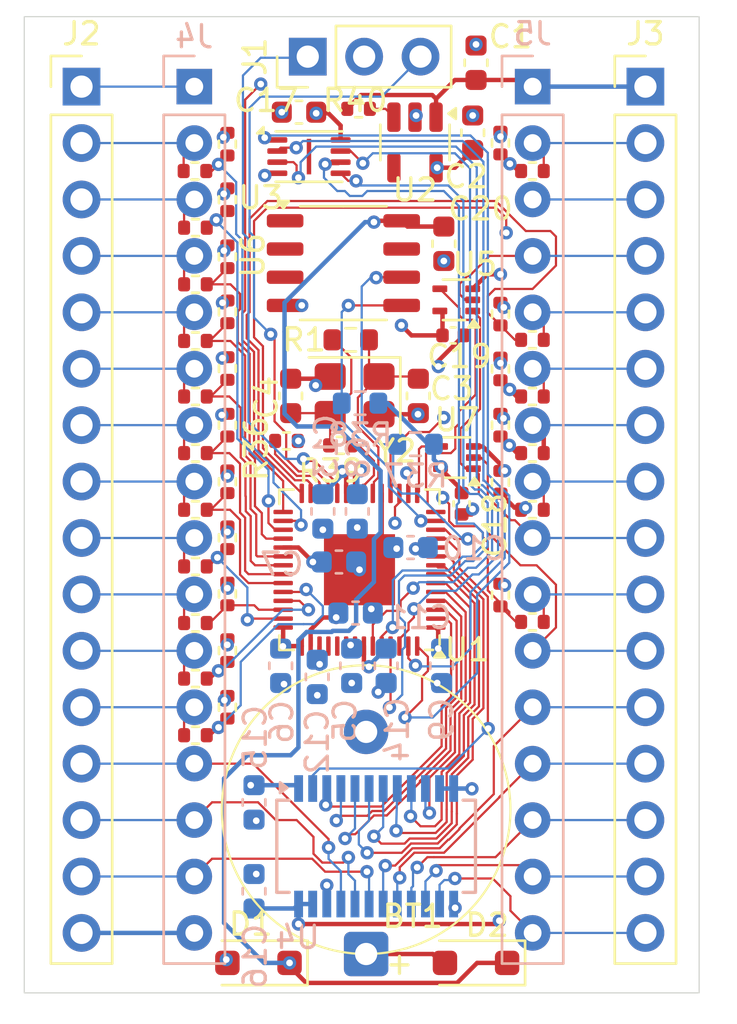
<source format=kicad_pcb>
(kicad_pcb (version 20241229) (generator "pcbnew") (generator_version "9.0")
  (layers (0 "F.Cu" signal) (4 "In1.Cu" signal) (6 "In2.Cu" signal) (2 "B.Cu" signal) (13 "F.Paste" user) (15 "B.Paste" user) (5 "F.SilkS" user "F.Silkscreen") (7 "B.SilkS" user "B.Silkscreen") (1 "F.Mask" user) (3 "B.Mask" user) (25 "Edge.Cuts" user))
  (net 0 "")
  (net 1 "/A13")
  (net 2 "/A3")
  (net 3 "/A4")
  (net 4 "/A7")
  (net 5 "/A8")
  (net 6 "/A14")
  (net 7 "/DQ4")
  (net 8 "/DQ2")
  (net 9 "/INTB_")
  (net 10 "/A5")
  (net 11 "/WE_")
  (net 12 "/A11")
  (net 13 "/DQ5")
  (net 14 "/A15")
  (net 15 "/A16")
  (net 16 "/DQ0")
  (net 17 "/DQ6")
  (net 18 "/A12")
  (net 19 "/CE_")
  (net 20 "+5V")
  (net 21 "/DQ3")
  (net 22 "/A10")
  (net 23 "/A1")
  (net 24 "/INTA_")
  (net 25 "/OE_")
  (net 26 "/DQ1")
  (net 27 "/A2")
  (net 28 "GND")
  (net 29 "/A0")
  (net 30 "/A9")
  (net 31 "/A6")
  (net 32 "/DQ7")
  (net 33 "/QSPI_SD2")
  (net 34 "/QSPI_SD1")
  (net 36 "/QSPI_SS")
  (net 37 "/QSPI_SD3")
  (net 38 "/QSPI_SD0")
  (net 39 "/QSPI_SCLK")
  (net 41 "+3V3")
  (net 42 "/XIN")
  (net 43 "/XOUT")
  (net 44 "/DQC0")
  (net 45 "/DQC2")
  (net 46 "/DQC1")
  (net 47 "/AC0")
  (net 48 "/AC1")
  (net 49 "/AC3")
  (net 50 "/AC2")
  (net 51 "/AC5")
  (net 52 "/AC4")
  (net 53 "/AC7")
  (net 54 "/AC6")
  (net 55 "/AC15")
  (net 56 "/AC14")
  (net 57 "/AC13")
  (net 58 "/AC12")
  (net 59 "/AC11")
  (net 60 "/AC10")
  (net 61 "/AC9")
  (net 62 "/AC8")
  (net 63 "/AC16")
  (net 64 "/DQC4")
  (net 65 "/DQC5")
  (net 66 "/DQC7")
  (net 67 "/DQC3")
  (net 68 "/DQC6")
  (net 69 "/CE_WE")
  (net 70 "/CE_OE")
  (net 71 "/SWD")
  (net 72 "/SWCLK")
  (net 76 "+BATT")
  (net 77 "/SDA")
  (net 78 "/SCL")
  (net 79 "/VRTC")
  (net 81 "/RUN")
  (net 82 "+1V1")
  (net 83 "/D_DIR")
  (net 84 "Net-(C4-Pad1)")
  (net 86 "Net-(U2-EN)")
  (footprint "Resistor_SMD:R_0402_1005Metric" (layer "F.Cu") (at 111.81 69.85)
    (property "Reference" "R12" (hide yes))
    (property "Value" "1k")
  )
  (footprint "Resistor_SMD:R_0402_1005Metric" (layer "F.Cu") (at 111.81 85.1)
    (property "Reference" "R5" (hide yes))
    (property "Value" "1k")
  )
  (footprint "Resistor_SMD:R_0402_1005Metric" (layer "F.Cu") (at 113.25 68.59 -90)
    (property "Reference" "R33" (hide yes))
    (property "Value" "1.96k")
  )
  (footprint "Kicad_Personal:PinHeader_1x16_P2.54mm_Vertical_DIP_Diameter_Flipside" (layer "F.Cu") (at 111.76 63.5)
    (property "Reference" "J4")
    (property "Value" "DS1-16")
  )
  (footprint "Resistor_SMD:R_0402_1005Metric" (layer "F.Cu") (at 125.55 78.74 -90)
    (property "Reference" "R28" (hide yes))
    (property "Value" "1.96k")
  )
  (footprint "Resistor_SMD:R_0402_1005Metric" (layer "F.Cu") (at 113.25 86.34 -90)
    (property "Reference" "R21" (hide yes))
    (property "Value" "1.96k")
  )
  (footprint "Resistor_SMD:R_0402_1005Metric" (layer "F.Cu") (at 111.79 67.3)
    (property "Reference" "R19" (hide yes))
    (property "Value" "1k")
  )
  (footprint "Resistor_SMD:R_0402_1005Metric" (layer "F.Cu") (at 126.99 80 180)
    (property "Reference" "R17" (hide yes))
    (property "Value" "1k")
  )
  (footprint "Resistor_SMD:R_0402_1005Metric" (layer "F.Cu") (at 113.25 66.09 -90)
    (property "Reference" "R35" (hide yes))
    (property "Value" "1.96k")
  )
  (footprint "Package_SON:Winbond_USON-8-1EP_3x2mm_P0.5mm_EP0.2x1.6mm" (layer "F.Cu") (at 116.925 66.65)
    (property "Reference" "U3")
    (property "Value" "W25Q16JVUXIQ")
  )
  (footprint "Resistor_SMD:R_0402_1005Metric" (layer "F.Cu") (at 126.99 67.3 180)
    (property "Reference" "R11" (hide yes))
    (property "Value" "1k")
  )
  (footprint "Resistor_SMD:R_0402_1005Metric" (layer "F.Cu") (at 111.81 80)
    (property "Reference" "R7" (hide yes))
    (property "Value" "1k")
  )
  (footprint "Resistor_SMD:R_0402_1005Metric" (layer "F.Cu") (at 111.81 87.65)
    (property "Reference" "R6" (hide yes))
    (property "Value" "1k")
  )
  (footprint "Resistor_SMD:R_0402_1005Metric" (layer "F.Cu") (at 119.16 64.5)
    (property "Reference" "R40")
    (property "Value" "10k")
  )
  (footprint "Resistor_SMD:R_0402_1005Metric" (layer "F.Cu") (at 113.25 91.44 -90)
    (property "Reference" "R3" (hide yes))
    (property "Value" "1.96k")
  )
  (footprint "Capacitor_SMD:C_0402_1005Metric" (layer "F.Cu") (at 123.8 82.28 -90)
    (property "Reference" "C18")
    (property "Value" "100n")
  )
  (footprint "Diode_SMD:D_SOD-123F" (layer "F.Cu") (at 114.65 102.95 180)
    (property "Reference" "D1")
    (property "Value" "BZT52C6V8-7-F")
  )
  (footprint "Connector_PinHeader_2.54mm:PinHeader_1x16_P2.54mm_Vertical" (layer "F.Cu") (at 132.08 63.5)
    (property "Reference" "J3")
    (property "Value" "DBG17-32")
  )
  (footprint "Kicad_Personal:CR1225_H2" (layer "F.Cu") (at 119.5 96.05)
    (property "Reference" "BT1")
    (property "Value" "CR1225 H2")
  )
  (footprint "Resistor_SMD:R_0402_1005Metric" (layer "F.Cu") (at 125.55 86.39 -90)
    (property "Reference" "R29" (hide yes))
    (property "Value" "1.96k")
  )
  (footprint "Package_TO_SOT_SMD:SOT-23-5" (layer "F.Cu") (at 121.7 66.0125 -90)
    (property "Reference" "U2")
    (property "Value" "AP2112K-3.3")
  )
  (footprint "Resistor_SMD:R_0402_1005Metric" (layer "F.Cu") (at 125.55 66.04 -90)
    (property "Reference" "R34" (hide yes))
    (property "Value" "1.96k")
  )
  (footprint "Resistor_SMD:R_0402_1005Metric" (layer "F.Cu") (at 111.81 72.4)
    (property "Reference" "R14" (hide yes))
    (property "Value" "1k")
  )
  (footprint "Package_SO:SOP-8_3.9x4.9mm_P1.27mm" (layer "F.Cu") (at 118.475 71.445)
    (property "Reference" "U6")
    (property "Value" "YSN8010SJ")
  )
  (footprint "Capacitor_SMD:C_0603_1608Metric" (layer "F.Cu") (at 124.3 65.575 90)
    (property "Reference" "C2")
    (property "Value" "1u")
  )
  (footprint "Connector_PinHeader_2.54mm:PinHeader_1x16_P2.54mm_Vertical" (layer "F.Cu") (at 106.68 63.5)
    (property "Reference" "J2")
    (property "Value" "DBG1-16")
  )
  (footprint "Capacitor_SMD:C_0603_1608Metric" (layer "F.Cu") (at 124.45 62.425 90)
    (property "Reference" "C1")
    (property "Value" "1u")
  )
  (footprint "Crystal:Crystal_SMD_3225-4Pin_3.2x2.5mm" (layer "F.Cu") (at 118.98 77.4 180)
    (property "Reference" "Y2")
    (property "Value" "E3SB12E00004EE")
  )
  (footprint "Resistor_SMD:R_0402_1005Metric" (layer "F.Cu") (at 111.81 74.95)
    (property "Reference" "R9" (hide yes))
    (property "Value" "1k")
  )
  (footprint "Resistor_SMD:R_0402_1005Metric" (layer "F.Cu") (at 113.25 71.16 -90)
    (property "Reference" "R31" (hide yes))
    (property "Value" "1.96k")
  )
  (footprint "Resistor_SMD:R_0402_1005Metric" (layer "F.Cu") (at 111.81 90.15)
    (property "Reference" "R4" (hide yes))
    (property "Value" "1k")
  )
  (footprint "Capacitor_SMD:C_0603_1608Metric" (layer "F.Cu") (at 116.475 64.65 180)
    (property "Reference" "C17")
    (property "Value" "100n")
  )
  (footprint "Package_TO_SOT_SMD:Texas_R-PDSO-N5_DRL-5" (layer "F.Cu") (at 123.56 73.1 180)
    (property "Reference" "U5")
    (property "Value" "SN74LVC1G00DRL")
  )
  (footprint "Resistor_SMD:R_0402_1005Metric" (layer "F.Cu") (at 126.99 77.45 180)
    (property "Reference" "R18" (hide yes))
    (property "Value" "1k")
  )
  (footprint "Capacitor_SMD:C_0603_1608Metric" (layer "F.Cu") (at 121.85 77.425 -90)
    (property "Reference" "C3")
    (property "Value" "15p")
  )
  (footprint "Resistor_SMD:R_0402_1005Metric" (layer "F.Cu") (at 126.99 74.9 180)
    (property "Reference" "R13" (hide yes))
    (property "Value" "1k")
  )
  (footprint "Resistor_SMD:R_0402_1005Metric" (layer "F.Cu") (at 126.99 87.6 180)
    (property "Reference" "R16" (hide yes))
    (property "Value" "1k")
  )
  (footprint "Resistor_SMD:R_0402_1005Metric" (layer "F.Cu") (at 125.55 73.74 -90)
    (property "Reference" "R32" (hide yes))
    (property "Value" "1.96k")
  )
  (footprint "Resistor_SMD:R_0402_1005Metric" (layer "F.Cu") (at 113.25 83.81 -90)
    (property "Reference" "R22" (hide yes))
    (property "Value" "1.96k")
  )
  (footprint "Package_TO_SOT_SMD:Texas_R-PDSO-N5_DRL-5" (layer "F.Cu") (at 123.59 80.2 180)
    (property "Reference" "U7")
    (property "Value" "SN74LVC1G00DRL")
  )
  (footprint "Resistor_SMD:R_0402_1005Metric" (layer "F.Cu") (at 113.25 78.74 -90)
    (property "Reference" "R24" (hide yes))
    (property "Value" "1.96k")
  )
  (footprint "Resistor_SMD:R_0402_1005Metric" (layer "F.Cu") (at 113.25 73.64 -90)
    (property "Reference" "R26" (hide yes))
    (property "Value" "1.96k")
  )
  (footprint "Capacitor_SMD:C_0603_1608Metric" (layer "F.Cu") (at 123 70.575 -90)
    (property "Reference" "C20")
    (property "Value" "100n")
  )
  (footprint "Resistor_SMD:R_0402_1005Metric" (layer "F.Cu") (at 126.99 82.55 180)
    (property "Reference" "R15" (hide yes))
    (property "Value" "1k")
  )
  (footprint "Resistor_SMD:R_0402_1005Metric" (layer "F.Cu") (at 125.55 81.31 -90)
    (property "Reference" "R30" (hide yes))
    (property "Value" "1.96k")
  )
  (footprint "Resistor_SMD:R_0402_1005Metric" (layer "F.Cu") (at 125.55 76.21 -90)
    (property "Reference" "R27" (hide yes))
    (property "Value" "1.96k")
  )
  (footprint "Kicad_Personal:PinHeader_1x16_P2.54mm_Vertical_DIP_Diameter_Flipside" (layer "F.Cu") (at 127 63.5)
    (property "Reference" "J5")
    (property "Value" "DS17-32")
  )
  (footprint "Capacitor_SMD:C_0603_1608Metric" (layer "F.Cu") (at 116.1 77.425 90)
    (property "Reference" "C4")
    (property "Value" "15p")
  )
  (footprint "Package_DFN_QFN:QFN-56-1EP_7x7mm_P0.4mm_EP3.2x3.2mm" (layer "F.Cu") (at 119.2 85.25 180)
    (property "Reference" "U1")
    (property "Value" "RP2040")
  )
  (footprint "Resistor_SMD:R_0402_1005Metric" (layer "F.Cu") (at 111.81 82.55)
    (property "Reference" "R8" (hide yes))
    (property "Value" "1k")
  )
  (footprint "Resistor_SMD:R_0402_1005Metric" (layer "F.Cu") (at 115.91 79.45)
    (property "Reference" "R36")
    (property "Value" "10k")
  )
  (footprint "Resistor_SMD:R_0402_1005Metric" (layer "F.Cu") (at 111.81 77.45)
    (property "Reference" "R10" (hide yes))
    (property "Value" "1k")
  )
  (footprint "Resistor_SMD:R_0402_1005Metric" (layer "F.Cu") (at 111.81 92.7)
    (property "Reference" "R2" (hide yes))
    (property "Value" "1k")
  )
  (footprint "Resistor_SMD:R_0402_1005Metric" (layer "F.Cu") (at 118.34 79.65)
    (property "Reference" "R39")
    (property "Value" "1k")
  )
  (footprint "Resistor_SMD:R_0402_1005Metric" (layer "F.Cu") (at 113.25 76.19 -90)
    (property "Reference" "R25" (hide yes))
    (property "Value" "1.96k")
  )
  (footprint "Resistor_SMD:R_0603_1608Metric" (layer "F.Cu") (at 118.805 74.9 180)
    (property "Reference" "R1")
    (property "Value" "0")
  )
  (footprint "Connector_PinHeader_2.54mm:PinHeader_1x03_P2.54mm_Vertical" (layer "F.Cu") (at 116.87 62.15 90)
    (property "Reference" "J1")
    (property "Value" "DBG")
  )
  (footprint "Resistor_SMD:R_0402_1005Metric" (layer "F.Cu") (at 113.25 81.29 -90)
    (property "Reference" "R23" (hide yes))
    (property "Value" "1.96k")
  )
  (footprint "Resistor_SMD:R_0402_1005Metric" (layer "F.Cu") (at 113.25 88.89 -90)
    (property "Reference" "R20" (hide yes))
    (property "Value" "1.96k")
  )
  (footprint "Diode_SMD:D_SOD-123F" (layer "F.Cu") (at 124.45 102.95 180)
    (property "Reference" "D2")
    (property "Value" "BZT52C6V8-7-F")
  )
  (footprint "Capacitor_SMD:C_0402_1005Metric" (layer "F.Cu") (at 123.42 74.7)
    (property "Reference" "C19")
    (property "Value" "100n")
  )
  (footprint "Resistor_SMD:R_0603_1608Metric" (layer "B.Cu") (at 119.225 77.75)
    (property "Reference" "R38")
    (property "Value" "4k7")
  )
  (footprint "Capacitor_SMD:C_0603_1608Metric" (layer "B.Cu") (at 119.025 87.2)
    (property "Reference" "C11")
    (property "Value" "1u")
  )
  (footprint "Capacitor_SMD:C_0603_1608Metric" (layer "B.Cu") (at 115.65 89.575 -90)
    (property "Reference" "C6")
    (property "Value" "100n")
  )
  (footprint "Capacitor_SMD:C_0603_1608Metric" (layer "B.Cu") (at 114.45 99.725 90)
    (property "Reference" "C16")
    (property "Value" "100n")
  )
  (footprint "Capacitor_SMD:C_0603_1608Metric" (layer "B.Cu") (at 118.85 89.575 -90)
    (property "Reference" "C5")
    (property "Value" "100n")
  )
  (footprint "Capacitor_SMD:C_0603_1608Metric" (layer "B.Cu") (at 117.55 82.625 -90)
    (property "Reference" "C13")
    (property "Value" "100n")
  )
  (footprint "Capacitor_SMD:C_0603_1608Metric" (layer "B.Cu") (at 119.1 82.625 -90)
    (property "Reference" "C8")
    (property "Value" "100n")
  )
  (footprint "Capacitor_SMD:C_0603_1608Metric" (layer "B.Cu") (at 117.294452 90.075 -90)
    (property "Reference" "C12")
    (property "Value" "1u")
  )
  (footprint "Resistor_SMD:R_0603_1608Metric" (layer "B.Cu") (at 121.725 79.6)
    (property "Reference" "R37")
    (property "Value" "4k7")
  )
  (footprint "Capacitor_SMD:C_0603_1608Metric" (layer "B.Cu") (at 120.4 89.575 -90)
    (property "Reference" "C14")
    (property "Value" "100n")
  )
  (footprint "Capacitor_SMD:C_0603_1608Metric" (layer "B.Cu") (at 118.275 84.9)
    (property "Reference" "C7")
    (property "Value" "100n")
  )
  (footprint "Capacitor_SMD:C_0603_1608Metric" (layer "B.Cu") (at 114.45 95.725 -90)
    (property "Reference" "C15")
    (property "Value" "100n")
  )
  (footprint "Capacitor_SMD:C_0603_1608Metric" (layer "B.Cu") (at 122.9 89.575 -90)
    (property "Reference" "C9")
    (property "Value" "100n")
  )
  (footprint "Capacitor_SMD:C_0603_1608Metric" (layer "B.Cu") (at 121.5 84.25 180)
    (property "Reference" "C10")
    (property "Value" "100n")
  )
  (footprint "Package_SO:SSOP-24_3.9x8.7mm_P0.635mm" (layer "B.Cu") (at 119.95 97.7 -90)
    (property "Reference" "U4")
    (property "Value" "SN74LVC8T245")
  )
  (gr_rect (start 104.1 60.35) (end 134.5 104.3) (stroke (width 0.05)) (fill no) (layer "Edge.Cuts"))
  (segment (start 127.5 74.9) (end 127.5 74.16) (width 0.1) (layer "F.Cu") (net 1))
  (segment (start 127.5 74.16) (end 127 73.66) (width 0.1) (layer "F.Cu") (net 1))
  (segment (start 132.08 73.66) (end 127 73.66) (width 0.1) (layer "B.Cu") (net 1))
  (segment (start 111.3 85.1) (end 111.3 84.28) (width 0.1) (layer "F.Cu") (net 2))
  (segment (start 111.3 84.28) (end 111.76 83.82) (width 0.1) (layer "F.Cu") (net 2))
  (segment (start 111.76 83.82) (end 106.68 83.82) (width 0.1) (layer "B.Cu") (net 2))
  (segment (start 111.3 82.55) (end 111.3 81.74) (width 0.1) (layer "F.Cu") (net 3))
  (segment (start 111.3 81.74) (end 111.76 81.28) (width 0.1) (layer "F.Cu") (net 3))
  (segment (start 106.68 81.28) (end 111.76 81.28) (width 0.1) (layer "B.Cu") (net 3))
  (segment (start 111.3 74.95) (end 111.3 74.12) (width 0.1) (layer "F.Cu") (net 4))
  (segment (start 111.3 74.12) (end 111.76 73.66) (width 0.1) (layer "F.Cu") (net 4))
  (segment (start 111.76 73.66) (end 106.68 73.66) (width 0.1) (layer "B.Cu") (net 4))
  (segment (start 127.5 76.7) (end 127 76.2) (width 0.1) (layer "F.Cu") (net 5))
  (segment (start 127.5 77.45) (end 127.5 76.7) (width 0.1) (layer "F.Cu") (net 5))
  (segment (start 132.08 76.2) (end 127 76.2) (width 0.1) (layer "B.Cu") (net 5))
  (segment (start 111.3 69.04) (end 111.76 68.58) (width 0.1) (layer "F.Cu") (net 6))
  (segment (start 111.3 69.85) (end 111.3 69.04) (width 0.1) (layer "F.Cu") (net 6))
  (segment (start 111.76 68.58) (end 106.68 68.58) (width 0.1) (layer "B.Cu") (net 6))
  (segment (start 127 99.06) (end 126.64 98.7) (width 0.1) (layer "F.Cu") (net 7))
  (segment (start 122.672722 98.55) (end 122.5 98.722722) (width 0.1) (layer "F.Cu") (net 7))
  (segment (start 127 99.06) (end 126.49 98.55) (width 0.1) (layer "F.Cu") (net 7))
  (segment (start 126.49 98.55) (end 122.672722 98.55) (width 0.1) (layer "F.Cu") (net 7))
  (segment (start 122.5 98.722722) (end 122.5 98.966949) (width 0.1) (layer "F.Cu") (net 7))
  (via (at 122.65 98.8) (size 0.6) (drill 0.3) (layers "F.Cu" "B.Cu") (net 7))
  (segment (start 122.1725 99.2775) (end 122.65 98.8) (width 0.1) (layer "B.Cu") (net 7))
  (segment (start 122.422722 98.8) (end 122.65 98.8) (width 0.1) (layer "B.Cu") (net 7))
  (segment (start 132.08 99.06) (end 127 99.06) (width 0.1) (layer "B.Cu") (net 7))
  (segment (start 122.1725 100.3) (end 122.1725 99.2775) (width 0.1) (layer "B.Cu") (net 7))
  (segment (start 112.559999 98.260001) (end 117.069032 98.260001) (width 0.1) (layer "F.Cu") (net 8))
  (segment (start 117.65233 98.843299) (end 119.535773 98.843299) (width 0.1) (layer "F.Cu") (net 8))
  (segment (start 111.76 99.06) (end 112.559999 98.260001) (width 0.1) (layer "F.Cu") (net 8))
  (segment (start 117.069032 98.260001) (end 117.65233 98.843299) (width 0.1) (layer "F.Cu") (net 8))
  (via (at 119.535773 98.843299) (size 0.6) (drill 0.3) (layers "F.Cu" "B.Cu") (net 8))
  (segment (start 111.76 99.06) (end 106.68 99.06) (width 0.1) (layer "B.Cu") (net 8))
  (segment (start 119.6325 98.940026) (end 119.535773 98.843299) (width 0.1) (layer "B.Cu") (net 8))
  (segment (start 119.6325 100.3) (end 119.6325 98.940026) (width 0.1) (layer "B.Cu") (net 8))
  (segment (start 111.76 63.5) (end 106.68 63.5) (width 0.1) (layer "B.Cu") (net 9))
  (segment (start 111.3 80) (end 111.3 79.2) (width 0.1) (layer "F.Cu") (net 10))
  (segment (start 111.3 79.2) (end 111.76 78.74) (width 0.1) (layer "F.Cu") (net 10))
  (segment (start 111.76 78.74) (end 106.68 78.74) (width 0.1) (layer "B.Cu") (net 10))
  (segment (start 124.057936 72.03) (end 124.14735 72.03) (width 0.1) (layer "F.Cu") (net 11))
  (segment (start 123.714 72.849) (end 123.714 72.373936) (width 0.1) (layer "F.Cu") (net 11))
  (segment (start 124.14735 72.03) (end 125.05735 71.12) (width 0.1) (layer "F.Cu") (net 11))
  (segment (start 123.714 72.373936) (end 124.057936 72.03) (width 0.1) (layer "F.Cu") (net 11))
  (segment (start 124.3 73.1) (end 123.965 73.1) (width 0.1) (layer "F.Cu") (net 11))
  (segment (start 123.965 73.1) (end 123.714 72.849) (width 0.1) (layer "F.Cu") (net 11))
  (segment (start 125.05735 71.12) (end 127 71.12) (width 0.1) (layer "F.Cu") (net 11))
  (segment (start 127 71.12) (end 132.08 71.12) (width 0.1) (layer "B.Cu") (net 11))
  (segment (start 127.5 81.78) (end 127 81.28) (width 0.1) (layer "F.Cu") (net 12))
  (segment (start 127.5 82.55) (end 127.5 81.78) (width 0.1) (layer "F.Cu") (net 12))
  (segment (start 132.08 81.28) (end 127 81.28) (width 0.1) (layer "B.Cu") (net 12))
  (segment (start 122.260133 98.189867) (end 121.8 98.65) (width 0.1) (layer "F.Cu") (net 13))
  (segment (start 122.55 98.189867) (end 122.260133 98.189867) (width 0.1) (layer "F.Cu") (net 13))
  (segment (start 125.330133 98.189867) (end 122.55 98.189867) (width 0.1) (layer "F.Cu") (net 13))
  (segment (start 127 96.52) (end 125.330133 98.189867) (width 0.1) (layer "F.Cu") (net 13))
  (via (at 121.8 98.65) (size 0.6) (drill 0.3) (layers "F.Cu" "B.Cu") (net 13))
  (segment (start 127 96.52) (end 132.08 96.52) (width 0.1) (layer "B.Cu") (net 13))
  (segment (start 121.612487 99.49405) (end 121.612487 98.837513) (width 0.1) (layer "B.Cu") (net 13))
  (segment (start 121.5375 99.569037) (end 121.5375 100.3) (width 0.1) (layer "B.Cu") (net 13))
  (segment (start 121.612487 99.49405) (end 121.5375 99.569037) (width 0.1) (layer "B.Cu") (net 13))
  (segment (start 121.612487 98.837513) (end 121.8 98.65) (width 0.1) (layer "B.Cu") (net 13))
  (segment (start 127.5 66.54) (end 127 66.04) (width 0.1) (layer "F.Cu") (net 14))
  (segment (start 127.5 67.3) (end 127.5 66.54) (width 0.1) (layer "F.Cu") (net 14))
  (segment (start 127 66.04) (end 132.08 66.04) (width 0.1) (layer "B.Cu") (net 14))
  (segment (start 111.28 67.3) (end 111.28 66.52) (width 0.1) (layer "F.Cu") (net 15))
  (segment (start 111.28 66.52) (end 111.76 66.04) (width 0.1) (layer "F.Cu") (net 15))
  (segment (start 106.68 66.04) (end 111.76 66.04) (width 0.1) (layer "B.Cu") (net 15))
  (segment (start 111.76 93.98) (end 114.411911 93.98) (width 0.1) (layer "F.Cu") (net 16))
  (segment (start 117.808155 97.376244) (end 117.808155 97.754616) (width 0.1) (layer "F.Cu") (net 16))
  (segment (start 114.411911 93.98) (end 117.808155 97.376244) (width 0.1) (layer "F.Cu") (net 16))
  (via (at 117.808155 97.754616) (size 0.6) (drill 0.3) (layers "F.Cu" "B.Cu") (net 16))
  (segment (start 117.808155 98.269821) (end 117.808155 97.754616) (width 0.1) (layer "B.Cu") (net 16))
  (segment (start 118.3625 98.824166) (end 117.808155 98.269821) (width 0.1) (layer "B.Cu") (net 16))
  (segment (start 111.76 93.98) (end 106.68 93.98) (width 0.1) (layer "B.Cu") (net 16))
  (segment (start 118.3625 100.3) (end 118.3625 98.824166) (width 0.1) (layer "B.Cu") (net 16))
  (segment (start 121.013222 98.64697) (end 121.013222 99.116861) (width 0.1) (layer "F.Cu") (net 17))
  (segment (start 125.5 95.5) (end 123.010133 97.989867) (width 0.1) (layer "F.Cu") (net 17))
  (segment (start 121.670325 97.989867) (end 121.013222 98.64697) (width 0.1) (layer "F.Cu") (net 17))
  (segment (start 125.5 95.48) (end 125.5 95.5) (width 0.1) (layer "F.Cu") (net 17))
  (segment (start 123.010133 97.989867) (end 121.670325 97.989867) (width 0.1) (layer "F.Cu") (net 17))
  (segment (start 127 93.98) (end 125.5 95.48) (width 0.1) (layer "F.Cu") (net 17))
  (via (at 121.013222 99.116861) (size 0.6) (drill 0.3) (layers "F.Cu" "B.Cu") (net 17))
  (segment (start 120.9025 100.3) (end 120.9025 99.227583) (width 0.1) (layer "B.Cu") (net 17))
  (segment (start 120.9025 99.227583) (end 121.013222 99.116861) (width 0.1) (layer "B.Cu") (net 17))
  (segment (start 132.08 93.98) (end 127 93.98) (width 0.1) (layer "B.Cu") (net 17))
  (segment (start 111.3 72.4) (end 111.3 71.58) (width 0.1) (layer "F.Cu") (net 18))
  (segment (start 111.3 71.58) (end 111.76 71.12) (width 0.1) (layer "F.Cu") (net 18))
  (segment (start 106.68 71.12) (end 111.76 71.12) (width 0.1) (layer "B.Cu") (net 18))
  (segment (start 128.051 85.924661) (end 127.176339 85.05) (width 0.1) (layer "F.Cu") (net 19))
  (segment (start 124.575168 81.839719) (end 124.575168 80.945168) (width 0.1) (layer "F.Cu") (net 19))
  (segment (start 124.879 82.143551) (end 124.575168 81.839719) (width 0.1) (layer "F.Cu") (net 19))
  (segment (start 124.575168 80.945168) (end 124.33 80.7) (width 0.1) (layer "F.Cu") (net 19))
  (segment (start 124.973502 83.573502) (end 124.973502 82.254553) (width 0.1) (layer "F.Cu") (net 19))
  (segment (start 124.879 82.16005) (end 124.879 82.143551) (width 0.1) (layer "F.Cu") (net 19))
  (segment (start 123.744 80.449) (end 123.744 78.900508) (width 0.1) (layer "F.Cu") (net 19))
  (segment (start 127.176339 85.05) (end 126.45 85.05) (width 0.1) (layer "F.Cu") (net 19))
  (segment (start 124.631 78.013508) (end 124.631 73.931) (width 0.1) (layer "F.Cu") (net 19))
  (segment (start 123.744 78.900508) (end 124.631 78.013508) (width 0.1) (layer "F.Cu") (net 19))
  (segment (start 123.995 80.7) (end 123.744 80.449) (width 0.1) (layer "F.Cu") (net 19))
  (segment (start 126.45 85.05) (end 124.973502 83.573502) (width 0.1) (layer "F.Cu") (net 19))
  (segment (start 127 88.9) (end 128.051 87.849) (width 0.1) (layer "F.Cu") (net 19))
  (segment (start 124.631 73.931) (end 124.3 73.6) (width 0.1) (layer "F.Cu") (net 19))
  (segment (start 124.33 80.7) (end 123.995 80.7) (width 0.1) (layer "F.Cu") (net 19))
  (segment (start 124.973502 82.254553) (end 124.879 82.16005) (width 0.1) (layer "F.Cu") (net 19))
  (segment (start 128.051 87.849) (end 128.051 85.924661) (width 0.1) (layer "F.Cu") (net 19))
  (segment (start 127 88.9) (end 132.08 88.9) (width 0.1) (layer "B.Cu") (net 19))
  (segment (start 125.35 101.2) (end 125.5 101.05) (width 0.2) (layer "F.Cu") (net 20))
  (segment (start 122.479 63.879) (end 122.65 64.05) (width 0.2) (layer "F.Cu") (net 20))
  (segment (start 118.65 64.5) (end 119.271 63.879) (width 0.2) (layer "F.Cu") (net 20))
  (segment (start 116.45 101.2) (end 125.35 101.2) (width 0.2) (layer "F.Cu") (net 20))
  (segment (start 124.45 63.2) (end 126.7 63.2) (width 0.2) (layer "F.Cu") (net 20))
  (segment (start 122.65 64.05) (end 122.65 64.875) (width 0.2) (layer "F.Cu") (net 20))
  (segment (start 123.5 63.2) (end 122.65 64.05) (width 0.2) (layer "F.Cu") (net 20))
  (segment (start 126.7 63.2) (end 127 63.5) (width 0.2) (layer "F.Cu") (net 20))
  (segment (start 119.271 63.879) (end 122.479 63.879) (width 0.2) (layer "F.Cu") (net 20))
  (segment (start 124.45 63.2) (end 123.5 63.2) (width 0.2) (layer "F.Cu") (net 20))
  (via (at 116.45 101.2) (size 0.6) (drill 0.3) (layers "F.Cu" "B.Cu") (net 20))
  (via (at 125.5 101.05) (size 0.6) (drill 0.3) (layers "F.Cu" "B.Cu") (net 20))
  (segment (start 116.4575 100.3) (end 116.4575 101.1925) (width 0.2) (layer "B.Cu") (net 20))
  (segment (start 116.4575 100.3) (end 117.0925 100.3) (width 0.2) (layer "B.Cu") (net 20))
  (segment (start 116.4575 101.1925) (end 116.45 101.2) (width 0.2) (layer "B.Cu") (net 20))
  (segment (start 127 63.5) (end 132.08 63.5) (width 0.2) (layer "B.Cu") (net 20))
  (segment (start 114.45 100.5) (end 116.2575 100.5) (width 0.2) (layer "B.Cu") (net 20))
  (segment (start 116.2575 100.5) (end 116.4575 100.3) (width 0.2) (layer "B.Cu") (net 20))
  (segment (start 126 99.95) (end 125.2 99.15) (width 0.1) (layer "F.Cu") (net 21))
  (segment (start 125.2 99.15) (end 123.5 99.15) (width 0.1) (layer "F.Cu") (net 21))
  (segment (start 127 101.6) (end 126 100.6) (width 0.1) (layer "F.Cu") (net 21))
  (segment (start 126 100.6) (end 126 99.95) (width 0.1) (layer "F.Cu") (net 21))
  (via (at 123.5 99.15) (size 0.6) (drill 0.3) (layers "F.Cu" "B.Cu") (net 21))
  (segment (start 127 101.6) (end 132.08 101.6) (width 0.1) (layer "B.Cu") (net 21))
  (segment (start 122.8075 99.433598) (end 122.8075 100.3) (width 0.1) (layer "B.Cu") (net 21))
  (segment (start 123.429451 99.220549) (end 123.5 99.15) (width 0.1) (layer "B.Cu") (net 21))
  (segment (start 122.8075 99.433598) (end 123.020549 99.220549) (width 0.1) (layer "B.Cu") (net 21))
  (segment (start 123.020549 99.220549) (end 123.429451 99.220549) (width 0.1) (layer "B.Cu") (net 21))
  (segment (start 127.5 87.6) (end 127.5 86.86) (width 0.1) (layer "F.Cu") (net 22))
  (segment (start 127.5 86.86) (end 127 86.36) (width 0.1) (layer "F.Cu") (net 22))
  (segment (start 132.08 86.36) (end 127 86.36) (width 0.1) (layer "B.Cu") (net 22))
  (segment (start 111.3 89.36) (end 111.76 88.9) (width 0.1) (layer "F.Cu") (net 23))
  (segment (start 111.3 90.15) (end 111.3 89.36) (width 0.1) (layer "F.Cu") (net 23))
  (segment (start 111.76 88.9) (end 106.68 88.9) (width 0.1) (layer "B.Cu") (net 23))
  (segment (start 127 68.58) (end 132.08 68.58) (width 0.1) (layer "B.Cu") (net 24))
  (segment (start 126.021793 83.020001) (end 126.200001 83.020001) (width 0.1) (layer "F.Cu") (net 25))
  (segment (start 124.33 80.2) (end 124.665 80.2) (width 0.1) (layer "F.Cu") (net 25))
  (segment (start 125.079 82.060708) (end 125.079 82.077208) (width 0.1) (layer "F.Cu") (net 25))
  (segment (start 124.979 81.960709) (end 125.079 82.060708) (width 0.1) (layer "F.Cu") (net 25))
  (segment (start 124.979 80.514) (end 124.979 81.960709) (width 0.1) (layer "F.Cu") (net 25))
  (segment (start 125.079 82.077208) (end 126.021793 83.020001) (width 0.1) (layer "F.Cu") (net 25))
  (segment (start 126.200001 83.020001) (end 127 83.82) (width 0.1) (layer "F.Cu") (net 25))
  (segment (start 124.665 80.2) (end 124.979 80.514) (width 0.1) (layer "F.Cu") (net 25))
  (segment (start 127 83.82) (end 132.08 83.82) (width 0.1) (layer "B.Cu") (net 25))
  (segment (start 115.431666 96.52) (end 116.37 96.52) (width 0.1) (layer "F.Cu") (net 26))
  (segment (start 112.559999 95.720001) (end 114.631667 95.720001) (width 0.1) (layer "F.Cu") (net 26))
  (segment (start 118.465384 98.434616) (end 118.7 98.2) (width 0.1) (layer "F.Cu") (net 26))
  (segment (start 117.128155 97.278155) (end 117.128155 98.036282) (width 0.1) (layer "F.Cu") (net 26))
  (segment (start 117.526489 98.434616) (end 118.465384 98.434616) (width 0.1) (layer "F.Cu") (net 26))
  (segment (start 111.76 96.52) (end 112.559999 95.720001) (width 0.1) (layer "F.Cu") (net 26))
  (segment (start 114.631667 95.720001) (end 115.431666 96.52) (width 0.1) (layer "F.Cu") (net 26))
  (segment (start 117.128155 98.036282) (end 117.526489 98.434616) (width 0.1) (layer "F.Cu") (net 26))
  (segment (start 118.7 98.2) (end 118.95 98.2) (width 0.1) (layer "F.Cu") (net 26))
  (segment (start 116.37 96.52) (end 117.128155 97.278155) (width 0.1) (layer "F.Cu") (net 26))
  (via (at 118.7 98.2) (size 0.6) (drill 0.3) (layers "F.Cu" "B.Cu") (net 26))
  (segment (start 118.9975 99.25) (end 118.9975 100.3) (width 0.1) (layer "B.Cu") (net 26))
  (segment (start 118.7 98.9525) (end 118.7 98.2) (width 0.1) (layer "B.Cu") (net 26))
  (segment (start 118.9975 99.25) (end 118.7 98.9525) (width 0.1) (layer "B.Cu") (net 26))
  (segment (start 106.68 96.52) (end 111.76 96.52) (width 0.1) (layer "B.Cu") (net 26))
  (segment (start 111.3 86.82) (end 111.76 86.36) (width 0.1) (layer "F.Cu") (net 27))
  (segment (start 111.3 87.65) (end 111.3 86.82) (width 0.1) (layer "F.Cu") (net 27))
  (segment (start 106.68 86.36) (end 111.76 86.36) (width 0.1) (layer "B.Cu") (net 27))
  (segment (start 117.88 76.815653) (end 117.973188 76.908841) (width 0.2) (layer "F.Cu") (net 28))
  (segment (start 125.55 73.23) (end 125.55 73.288334) (width 0.2) (layer "F.Cu") (net 28))
  (segment (start 115.7 64.7) (end 115.7 64.65) (width 0.2) (layer "F.Cu") (net 28))
  (segment (start 120.2 84.25) (end 119.2 85.25) (width 0.2) (layer "F.Cu") (net 28))
  (segment (start 117.78 76.65) (end 117.88 76.55) (width 0.2) (layer "F.Cu") (net 28))
  (segment (start 113.25 65.707908) (end 113.177908 65.78) (width 0.2) (layer "F.Cu") (net 28))
  (segment (start 125.685579 78.365579) (end 125.685579 78.432099) (width 0.2) (layer "F.Cu") (net 28))
  (segment (start 117.88 76.55) (end 117.625454 76.55) (width 0.2) (layer "F.Cu") (net 28))
  (segment (start 113.25 85.83) (end 113.25 86.078199) (width 0.2) (layer "F.Cu") (net 28))
  (segment (start 113.086131 68.243869) (end 113.086131 68.327249) (width 0.2) (layer "F.Cu") (net 28))
  (segment (start 117.625454 76.55) (end 117.225454 76.95) (width 0.2) (layer "F.Cu") (net 28))
  (segment (start 113.25 88.625403) (end 113.245403 88.63) (width 0.2) (layer "F.Cu") (net 28))
  (segment (start 124.45 61.65) (end 124.45 61.6) (width 0.2) (layer "F.Cu") (net 28))
  (segment (start 125.55 65.53) (end 125.55 65.75) (width 0.2) (layer "F.Cu") (net 28))
  (segment (start 121.85 78.2) (end 121.85 78.23376) (width 0.2) (layer "F.Cu") (net 28))
  (segment (start 113.25 75.68) (end 113.134079 75.795921) (width 0.2) (layer "F.Cu") (net 28))
  (segment (start 125.55 85.88) (end 125.670151 85.88) (width 0.2) (layer "F.Cu") (net 28))
  (segment (start 121.922922 78.339162) (end 121.83376 78.25) (width 0.2) (layer "F.Cu") (net 28))
  (segment (start 113.25 78.238695) (end 113.204362 78.284333) (width 0.2) (layer "F.Cu") (net 28))
  (segment (start 113.134079 75.795921) (end 113.096515 75.795921) (width 0.2) (layer "F.Cu") (net 28))
  (segment (start 125.55 80.8) (end 125.733823 80.8) (width 0.2) (layer "F.Cu") (net 28))
  (segment (start 124.95 71.95) (end 125.55 71.95) (width 0.2) (layer "F.Cu") (net 28))
  (segment (start 125.55 78.23) (end 125.685579 78.365579) (width 0.2) (layer "F.Cu") (net 28))
  (segment (start 125.55 80.5) (end 125.55 80.8) (width 0.2) (layer "F.Cu") (net 28))
  (segment (start 113.177908 65.78) (end 113.069371 65.78) (width 0.2) (layer "F.Cu") (net 28))
  (segment (start 117.88 76.55) (end 117.88 76.815653) (width 0.2) (layer "F.Cu") (net 28))
  (segment (start 120.2 81.8125) (end 120.2 84.25) (width 0.2) (layer "F.Cu") (net 28))
  (segment (start 125.55 73.288334) (end 125.700333 73.438667) (width 0.2) (layer "F.Cu") (net 28))
  (segment (start 125.670151 85.88) (end 125.735076 85.944925) (width 0.2) (layer "F.Cu") (net 28))
  (segment (start 113.25 68.08) (end 113.086131 68.243869) (width 0.2) (layer "F.Cu") (net 28))
  (segment (start 121.7 64.875) (end 121.7 64.85) (width 0.2) (layer "F.Cu") (net 28))
  (segment (start 125.55 75.7) (end 125.55 75.95) (width 0.2) (layer "F.Cu") (net 28))
  (segment (start 113.25 70.727847) (end 113.093 70.884847) (width 0.2) (layer "F.Cu") (net 28))
  (segment (start 115.033781 67.4) (end 114.936082 67.497699) (width 0.2) (layer "F.Cu") (net 28))
  (segment (start 123 71.35) (end 122.95 71.35) (width 0.2) (layer "F.Cu") (net 28))
  (segment (start 113.25 73.13) (end 113.129617 73.13) (width 0.2) (layer "F.Cu") (net 28))
  (segment (start 122.752531 76.100811) (end 122.752531 75.847469) (width 0.2) (layer "F.Cu") (net 28))
  (segment (start 113.25 70.65) (end 113.25 70.727847) (width 0.2) (layer "F.Cu") (net 28))
  (segment (start 124.75 79.7) (end 125.55 80.5) (width 0.2) (layer "F.Cu") (net 28))
  (segment (start 113.25 83.3) (end 113.25 83.546769) (width 0.2) (layer "F.Cu") (net 28))
  (segment (start 113.25 86.078199) (end 113.251801 86.08) (width 0.2) (layer "F.Cu") (net 28))
  (segment (start 121.83376 78.25) (end 119.87 78.25) (width 0.2) (layer "F.Cu") (net 28))
  (segment (start 119.87 78.25) (end 120.08 78.25) (width 0.2) (layer "F.Cu") (net 28))
  (segment (start 124.3 72.6) (end 124.95 71.95) (width 0.2) (layer "F.Cu") (net 28))
  (segment (start 113.129617 73.13) (end 113.029207 73.23041) (width 0.2) (layer "F.Cu") (net 28))
  (segment (start 113.25 83.546769) (end 113.253231 83.55) (width 0.2) (layer "F.Cu") (net 28))
  (segment (start 113.25 90.988334) (end 113.114167 91.124167) (width 0.2) (layer "F.Cu") (net 28))
  (segment (start 113.096515 75.795921) (end 113.022517 75.721923) (width 0.2) (layer "F.Cu") (net 28))
  (segment (start 113.25 80.78) (end 113.25 81.03) (width 0.2) (layer "F.Cu") (net 28))
  (segment (start 116.1 76.65) (end 117.78 76.65) (width 0.2) (layer "F.Cu") (net 28))
  (segment (start 113.25 88.38) (end 113.25 88.625403) (width 0.2) (layer "F.Cu") (net 28))
  (segment (start 121.85 78.23376) (end 121.83376 78.25) (width 0.2) (layer "F.Cu") (net 28))
  (segment (start 115.5 67.4) (end 115.033781 67.4) (width 0.2) (layer "F.Cu") (net 28))
  (segment (start 124.33 79.7) (end 124.75 79.7) (width 0.2) (layer "F.Cu") (net 28))
  (segment (start 124.293502 82.714715) (end 124.293502 82.519719) (width 0.2) (layer "F.Cu") (net 28))
  (segment (start 125.733823 80.8) (end 125.740946 80.792877) (width 0.2) (layer "F.Cu") (net 28))
  (segment (start 113.204362 78.284333) (end 112.997709 78.284333) (width 0.2) (layer "F.Cu") (net 28))
  (segment (start 124.248217 82.76) (end 124.293502 82.714715) (width 0.2) (layer "F.Cu") (net 28))
  (segment (start 113.25 78.23) (end 113.25 78.238695) (width 0.2) (layer "F.Cu") (net 28))
  (segment (start 123.8 82.76) (end 124.248217 82.76) (width 0.2) (layer "F.Cu") (net 28))
  (segment (start 113.25 65.58) (end 113.25 65.707908) (width 0.2) (layer "F.Cu") (net 28))
  (segment (start 115.85 73.35) (end 116.6 73.35) (width 0.2) (layer "F.Cu") (net 28))
  (segment (start 121.7 64.85) (end 121.75 64.8) (width 0.2) (layer "F.Cu") (net 28))
  (segment (start 122.752531 75.847469) (end 123.9 74.7) (width 0.2) (layer "F.Cu") (net 28))
  (segment (start 113.25 90.93) (end 113.25 90.988334) (width 0.2) (layer "F.Cu") (net 28))
  (via (at 113.086131 68.327249) (size 0.6) (drill 0.3) (layers "F.Cu" "B.Cu") (net 28))
  (via (at 122.752531 76.100811) (size 0.6) (drill 0.3) (layers "F.Cu" "B.Cu") (net 28))
  (via (at 121.83376 78.25) (size 0.6) (drill 0.3) (layers "F.Cu" "B.Cu") (net 28))
  (via (at 124.45 61.6) (size 0.6) (drill 0.3) (layers "F.Cu" "B.Cu") (net 28))
  (via (at 124.293502 82.519719) (size 0.6) (drill 0.3) (layers "F.Cu" "B.Cu") (net 28))
  (via (at 117.55 83.45) (size 0.6) (drill 0.3) (layers "F.Cu" "B.Cu") (net 28))
  (via (at 114.936082 67.497699) (size 0.6) (drill 0.3) (layers "F.Cu" "B.Cu") (net 28))
  (via (at 122.7 90.35) (size 0.6) (drill 0.3) (layers "F.Cu" "B.Cu") (net 28))
  (via (at 120.044072 90.755974) (size 0.6) (drill 0.3) (layers "F.Cu" "B.Cu") (net 28))
  (via (at 125.55 71.95) (size 0.6) (drill 0.3) (layers "F.Cu" "B.Cu") (net 28))
  (via (at 112.997709 78.284333) (size 0.6) (drill 0.3) (layers "F.Cu" "B.Cu") (net 28))
  (via (at 119.2 85.25) (size 0.6) (drill 0.3) (layers "F.Cu" "B.Cu") (net 28))
  (via (at 124.3 64.8) (size 0.6) (drill 0.3) (layers "F.Cu" "B.Cu") (net 28))
  (via (at 113.069371 65.78) (size 0.6) (drill 0.3) (layers "F.Cu" "B.Cu") (net 28))
  (via (at 123 71.35) (size 0.6) (drill 0.3) (layers "F.Cu" "B.Cu") (net 28))
  (via (at 125.700333 73.438667) (size 0.6) (drill 0.3) (layers "F.Cu" "B.Cu") (net 28))
  (via (at 120.875763 84.299417) (size 0.6) (drill 0.3) (layers "F.Cu" "B.Cu") (net 28))
  (via (at 117.3 90.9) (size 0.6) (drill 0.3) (layers "F.Cu" "B.Cu") (net 28))
  (via (at 114.55 98.95) (size 0.6) (drill 0.3) (layers "F.Cu" "B.Cu") (net 28))
  (via (at 116.6 73.35) (size 0.6) (drill 0.3) (layers "F.Cu" "B.Cu") (net 28))
  (via (at 113.029207 73.23041) (size 0.6) (drill 0.3) (layers "F.Cu" "B.Cu") (net 28))
  (via (at 125.55 65.75) (size 0.6) (drill 0.3) (layers "F.Cu" "B.Cu") (net 28))
  (via (at 113.245403 88.63) (size 0.6) (drill 0.3) (layers "F.Cu" "B.Cu") (net 28))
  (via (at 113.114167 91.124167) (size 0.6) (drill 0.3) (layers "F.Cu" "B.Cu") (net 28))
  (via (at 123.507502 100.47) (size 0.6) (drill 0.3) (layers "F.Cu" "B.Cu") (net 28))
  (via (at 119.731 87.013605) (size 0.6) (drill 0.3) (layers "F.Cu" "B.Cu") (net 28))
  (via (at 113.25 81.03) (size 0.6) (drill 0.3) (layers "F.Cu" "B.Cu") (net 28))
  (via (at 113.253231 83.55) (size 0.6) (drill 0.3) (layers "F.Cu" "B.Cu") (net 28))
  (via (at 117.727501 99.453473) (size 0.6) (drill 0.3) (layers "F.Cu" "B.Cu") (net 28))
  (via (at 115.8 90.4) (size 0.6) (drill 0.3) (layers "F.Cu" "B.Cu") (net 28))
  (via (at 113.093 70.884847) (size 0.6) (drill 0.3) (layers "F.Cu" "B.Cu") (net 28))
  (via (at 113.022517 75.721923) (size 0.6) (drill 0.3) (layers "F.Cu" "B.Cu") (net 28))
  (via (at 119.1 83.35) (size 0.6) (drill 0.3) (layers "F.Cu" "B.Cu") (net 28))
  (via (at 121.75 64.8) (size 0.6) (drill 0.3) (layers "F.Cu" "B.Cu") (net 28))
  (via (at 125.735076 85.944925) (size 0.6) (drill 0.3) (layers "F.Cu" "B.Cu") (net 28))
  (via (at 125.685579 78.432099) (size 0.6) (drill 0.3) (layers "F.Cu" "B.Cu") (net 28))
  (via (at 115.7 64.65) (size 0.6) (drill 0.3) (layers "F.Cu" "B.Cu") (net 28))
  (via (at 124.264 95.1125) (size 0.6) (drill 0.3) (layers "F.Cu" "B.Cu") (net 28))
  (via (at 125.740946 80.792877) (size 0.6) (drill 0.3) (layers "F.Cu" "B.Cu") (net 28))
  (via (at 113.251801 86.08) (size 0.6) (drill 0.3) (layers "F.Cu" "B.Cu") (net 28))
  (via (at 117.225454 76.95) (size 0.6) (drill 0.3) (layers "F.Cu" "B.Cu") (net 28))
  (via (at 114.55 96.55) (size 0.6) (drill 0.3) (layers "F.Cu" "B.Cu") (net 28))
  (via (at 125.55 75.95) (size 0.6) (drill 0.3) (layers "F.Cu" "B.Cu") (net 28))
  (via (at 118.85 90.35) (size 0.6) (drill 0.3) (layers "F.Cu" "B.Cu") (net 28))
  (segment (start 117.55 83.4) (end 117.55 83.45) (width 0.2) (layer "B.Cu") (net 28))
  (segment (start 117.7275 100.3) (end 117.727501 99.453473) (width 0.2) (layer "B.Cu") (net 28))
  (segment (start 120.876346 84.3) (end 120.875763 84.299417) (width 0.2) (layer "B.Cu") (net 28))
  (segment (start 123.4425 95.1) (end 122.8075 95.1) (width 0.2) (layer "B.Cu") (net 28))
  (segment (start 122.972195 90.277805) (end 123.156306 90.277805) (width 0.2) (layer "B.Cu") (net 28))
  (segment (start 119.1 83.4) (end 119.1 83.35) (width 0.2) (layer "B.Cu") (net 28))
  (segment (start 117.294452 90.85) (end 117.294452 90.894452) (width 0.2) (layer "B.Cu") (net 28))
  (segment (start 119.05 84.9) (end 119.05 85.1) (width 0.2) (layer "B.Cu") (net 28))
  (segment (start 119.8 87.2) (end 119.731 87.131) (width 0.2) (layer "B.Cu") (net 28))
  (segment (start 123.4425 100.3) (end 123.4425 100.404998) (width 0.2) (layer "B.Cu") (net 28))
  (segment (start 124.2515 95.1) (end 124.264 95.1125) (width 0.2) (layer "B.Cu") (net 28))
  (segment (start 121.05 84.3) (end 120.876346 84.3) (width 0.2) (layer "B.Cu") (net 28))
  (segment (start 120.4 90.400046) (end 120.044072 90.755974) (width 0.2) (layer "B.Cu") (net 28))
  (segment (start 114.45 96.5) (end 114.5 96.5) (width 0.2) (layer "B.Cu") (net 28))
  (segment (start 120.826346 84.25) (end 120.875763 84.299417) (width 0.2) (layer "B.Cu") (net 28))
  (segment (start 119.05 85.1) (end 119.2 85.25) (width 0.2) (layer "B.Cu") (net 28))
  (segment (start 115.75 90.35) (end 115.8 90.4) (width 0.2) (layer "B.Cu") (net 28))
  (segment (start 119.731 87.131) (end 119.731 87.013605) (width 0.2) (layer "B.Cu") (net 28))
  (segment (start 123.4425 95.1) (end 124.2515 95.1) (width 0.2) (layer "B.Cu") (net 28))
  (segment (start 120.725 84.25) (end 120.826346 84.25) (width 0.2) (layer "B.Cu") (net 28))
  (segment (start 106.68 101.6) (end 111.76 101.6) (width 0.2) (layer "B.Cu") (net 28))
  (segment (start 122.9 90.35) (end 122.972195 90.277805) (width 0.2) (layer "B.Cu") (net 28))
  (segment (start 114.5 96.5) (end 114.55 96.55) (width 0.2) (layer "B.Cu") (net 28))
  (segment (start 120.865361 84.224012) (end 120.875763 84.234414) (width 0.2) (layer "B.Cu") (net 28))
  (segment (start 122.9 90.35) (end 122.7 90.35) (width 0.2) (layer "B.Cu") (net 28))
  (segment (start 120.4 90.35) (end 120.4 90.400046) (width 0.2) (layer "B.Cu") (net 28))
  (segment (start 114.45 98.95) (end 114.55 98.95) (width 0.2) (layer "B.Cu") (net 28))
  (segment (start 120.875763 84.234414) (end 120.875763 84.299417) (width 0.2) (layer "B.Cu") (net 28))
  (segment (start 117.294452 90.894452) (end 117.3 90.9) (width 0.2) (layer "B.Cu") (net 28))
  (segment (start 122.703342 76.15) (end 122.752531 76.100811) (width 0.2) (layer "B.Cu") (net 28))
  (segment (start 123.4425 100.404998) (end 123.507502 100.47) (width 0.2) (layer "B.Cu") (net 28))
  (segment (start 111.3 91.9) (end 111.76 91.44) (width 0.1) (layer "F.Cu") (net 29))
  (segment (start 111.3 92.7) (end 111.3 91.9) (width 0.1) (layer "F.Cu") (net 29))
  (segment (start 111.76 91.44) (end 106.68 91.44) (width 0.1) (layer "B.Cu") (net 29))
  (segment (start 127.5 79.24) (end 127 78.74) (width 0.2) (layer "F.Cu") (net 30))
  (segment (start 127.5 80) (end 127.5 79.24) (width 0.2) (layer "F.Cu") (net 30))
  (segment (start 132.08 78.74) (end 127 78.74) (width 0.1) (layer "B.Cu") (net 30))
  (segment (start 111.3 76.66) (end 111.76 76.2) (width 0.1) (layer "F.Cu") (net 31))
  (segment (start 111.3 77.45) (end 111.3 76.66) (width 0.1) (layer "F.Cu") (net 31))
  (segment (start 106.68 76.2) (end 111.76 76.2) (width 0.1) (layer "B.Cu") (net 31))
  (segment (start 121.587483 97.789867) (end 120.80789 98.56946) (width 0.1) (layer "F.Cu") (net 32))
  (segment (start 125.25 93.19) (end 125.25 95.35) (width 0.1) (layer "F.Cu") (net 32))
  (segment (start 120.80789 98.56946) (end 120.362948 98.56946) (width 0.1) (layer "F.Cu") (net 32))
  (segment (start 122.810133 97.789867) (end 121.587483 97.789867) (width 0.1) (layer "F.Cu") (net 32))
  (segment (start 123.231369 97.4) (end 123.2 97.4) (width 0.1) (layer "F.Cu") (net 32))
  (segment (start 125.25 95.35) (end 123.7 96.9) (width 0.1) (layer "F.Cu") (net 32))
  (segment (start 123.7 96.931369) (end 123.231369 97.4) (width 0.1) (layer "F.Cu") (net 32))
  (segment (start 123.2 97.4) (end 122.810133 97.789867) (width 0.1) (layer "F.Cu") (net 32))
  (segment (start 127 91.44) (end 125.25 93.19) (width 0.1) (layer "F.Cu") (net 32))
  (segment (start 123.7 96.9) (end 123.7 96.931369) (width 0.1) (layer "F.Cu") (net 32))
  (via (at 120.362948 98.56946) (size 0.6) (drill 0.3) (layers "F.Cu" "B.Cu") (net 32))
  (segment (start 120.2675 98.664908) (end 120.362948 98.56946) (width 0.1) (layer "B.Cu") (net 32))
  (segment (start 120.2675 100.3) (end 120.2675 98.664908) (width 0.1) (layer "B.Cu") (net 32))
  (segment (start 127 91.44) (end 132.08 91.44) (width 0.1) (layer "B.Cu") (net 32))
  (segment (start 116.224206 66.9) (end 116.367004 67.042798) (width 0.1) (layer "F.Cu") (net 33))
  (segment (start 121 88.364358) (end 121.408837 87.955521) (width 0.1) (layer "F.Cu") (net 33))
  (segment (start 116.367004 67.042798) (end 116.367004 67.517004) (width 0.1) (layer "F.Cu") (net 33))
  (segment (start 116.367004 67.517004) (end 116.45 67.6) (width 0.1) (layer "F.Cu") (net 33))
  (segment (start 121.650637 87.399363) (end 121.650637 87.010749) (width 0.1) (layer "F.Cu") (net 33))
  (segment (start 121.408837 87.955521) (end 121.408837 87.641163) (width 0.1) (layer "F.Cu") (net 33))
  (segment (start 121.408837 87.641163) (end 121.650637 87.399363) (width 0.1) (layer "F.Cu") (net 33))
  (segment (start 121 88.6875) (end 121 88.364358) (width 0.1) (layer "F.Cu") (net 33))
  (segment (start 115.5 66.9) (end 116.224206 66.9) (width 0.1) (layer "F.Cu") (net 33))
  (via (at 116.45 67.6) (size 0.6) (drill 0.3) (layers "F.Cu" "B.Cu") (net 33))
  (via (at 121.650637 87.010749) (size 0.6) (drill 0.3) (layers "F.Cu" "B.Cu") (net 33))
  (segment (start 117.25 66.2) (end 116.55 66.9) (width 0.1) (layer "B.Cu") (net 33))
  (segment (start 124.622842 81.439719) (end 124.481999 81.298876) (width 0.1) (layer "B.Cu") (net 33))
  (segment (start 124.481999 81.298876) (end 124.481999 67.131999) (width 0.1) (layer "B.Cu") (net 33))
  (segment (start 116.55 66.9) (end 116.55 67.5) (width 0.1) (layer "B.Cu") (net 33))
  (segment (start 124.574253 85.462) (end 125.442387 84.593865) (width 0.1) (layer "B.Cu") (net 33))
  (segment (start 123.55 66.2) (end 117.25 66.2) (width 0.1) (layer "B.Cu") (net 33))
  (segment (start 124.740852 81.439719) (end 124.622842 81.439719) (width 0.1) (layer "B.Cu") (net 33))
  (segment (start 125.373502 82.190379) (end 125.373502 82.072369) (width 0.1) (layer "B.Cu") (net 33))
  (segment (start 125.373502 82.072369) (end 124.740852 81.439719) (width 0.1) (layer "B.Cu") (net 33))
  (segment (start 116.55 67.5) (end 116.45 67.6) (width 0.1) (layer "B.Cu") (net 33))
  (segment (start 121.650637 87.010749) (end 122.461386 86.2) (width 0.1) (layer "B.Cu") (net 33))
  (segment (start 125.442387 82.259264) (end 125.373502 82.190379) (width 0.1) (layer "B.Cu") (net 33))
  (segment (start 123.55 86.2) (end 124.288 85.462) (width 0.1) (layer "B.Cu") (net 33))
  (segment (start 124.288 85.462) (end 124.574253 85.462) (width 0.1) (layer "B.Cu") (net 33))
  (segment (start 122.461386 86.2) (end 123.55 86.2) (width 0.1) (layer "B.Cu") (net 33))
  (segment (start 125.442387 84.593865) (end 125.442387 82.259264) (width 0.1) (layer "B.Cu") (net 33))
  (segment (start 124.481999 67.131999) (end 123.55 66.2) (width 0.1) (layer "B.Cu") (net 33))
  (segment (start 116.35 66.25) (end 115.65 66.25) (width 0.1) (layer "F.Cu") (net 34))
  (segment (start 121.4 88.6875) (end 121.4 89.125) (width 0.1) (layer "F.Cu") (net 34))
  (segment (start 121.4 89.23505) (end 121.721553 89.556603) (width 0.1) (layer "F.Cu") (net 34))
  (segment (start 115.65 66.25) (end 115.5 66.4) (width 0.1) (layer "F.Cu") (net 34))
  (segment (start 121.4 89.125) (end 121.4 89.23505) (width 0.1) (layer "F.Cu") (net 34))
  (via (at 116.35 66.25) (size 0.6) (drill 0.3) (layers "F.Cu" "B.Cu") (net 34))
  (via (at 121.721553 89.556603) (size 0.6) (drill 0.3) (layers "F.Cu" "B.Cu") (net 34))
  (segment (start 125.573502 82.088503) (end 125.573502 81.989527) (width 0.1) (layer "B.Cu") (net 34))
  (segment (start 116.65 65.95) (end 116.35 66.25) (width 0.1) (layer "B.Cu") (net 34))
  (segment (start 121.76495 89.6) (end 123.4 89.6) (width 0.1) (layer "B.Cu") (net 34))
  (segment (start 124.2 88.8) (end 124.2 86.260516) (width 0.1) (layer "B.Cu") (net 34))
  (segment (start 124.823694 81.239719) (end 124.781998 81.239719) (width 0.1) (layer "B.Cu") (net 34))
  (segment (start 124.781998 66.881998) (end 123.85 65.95) (width 0.1) (layer "B.Cu") (net 34))
  (segment (start 125.742387 84.718129) (end 125.742387 82.257388) (width 0.1) (layer "B.Cu") (net 34))
  (segment (start 124.781998 81.239719) (end 124.781998 66.881998) (width 0.1) (layer "B.Cu") (net 34))
  (segment (start 125.742387 82.257388) (end 125.573502 82.088503) (width 0.1) (layer "B.Cu") (net 34))
  (segment (start 123.85 65.95) (end 116.65 65.95) (width 0.1) (layer "B.Cu") (net 34))
  (segment (start 123.4 89.6) (end 124.2 88.8) (width 0.1) (layer "B.Cu") (net 34))
  (segment (start 121.721553 89.556603) (end 121.76495 89.6) (width 0.1) (layer "B.Cu") (net 34))
  (segment (start 124.2 86.260516) (end 125.742387 84.718129) (width 0.1) (layer "B.Cu") (net 34))
  (segment (start 125.573502 81.989527) (end 124.823694 81.239719) (width 0.1) (layer "B.Cu") (net 34))
  (segment (start 115.5 65.9) (end 115.03 65.9) (width 0.1) (layer "F.Cu") (net 36))
  (segment (start 122.02 90.068334) (end 122.02 91.13) (width 0.1) (layer "F.Cu") (net 36))
  (segment (start 122.28125 89.807084) (end 122.02 90.068334) (width 0.1) (layer "F.Cu") (net 36))
  (segment (start 115.03 65.9) (end 114.93 65.8) (width 0.1) (layer "F.Cu") (net 36))
  (segment (start 121.8 88.6875) (end 122.28125 89.16875) (width 0.1) (layer "F.Cu") (net 36))
  (segment (start 122.28125 89.16875) (end 122.28125 89.807084) (width 0.1) (layer "F.Cu") (net 36))
  (segment (start 122.02 91.13) (end 121.25 91.9) (width 0.1) (layer "F.Cu") (net 36))
  (via (at 114.93 65.8) (size 0.6) (drill 0.3) (layers "F.Cu" "B.Cu") (net 36))
  (via (at 121.25 91.9) (size 0.6) (drill 0.3) (layers "F.Cu" "B.Cu") (net 36))
  (segment (start 124.981998 80.950346) (end 124.981998 66.799156) (width 0.1) (layer "B.Cu") (net 36))
  (segment (start 124.2 65.7) (end 115.03 65.7) (width 0.1) (layer "B.Cu") (net 36))
  (segment (start 121.25 91.9) (end 122.5044 91.9) (width 0.1) (layer "B.Cu") (net 36))
  (segment (start 115.03 65.7) (end 114.93 65.8) (width 0.1) (layer "B.Cu") (net 36))
  (segment (start 124.5 86.384781) (end 125.949 84.935781) (width 0.1) (layer "B.Cu") (net 36))
  (segment (start 124.5 89.9044) (end 124.5 86.384781) (width 0.1) (layer "B.Cu") (net 36))
  (segment (start 122.5044 91.9) (end 124.5 89.9044) (width 0.1) (layer "B.Cu") (net 36))
  (segment (start 125.949 84.935781) (end 125.949 81.917348) (width 0.1) (layer "B.Cu") (net 36))
  (segment (start 125.949 81.917348) (end 124.981998 80.950346) (width 0.1) (layer "B.Cu") (net 36))
  (segment (start 124.98 66.797157) (end 124.98 66.48) (width 0.1) (layer "B.Cu") (net 36))
  (segment (start 124.981998 66.799156) (end 124.98 66.797157) (width 0.1) (layer "B.Cu") (net 36))
  (segment (start 124.98 66.48) (end 124.2 65.7) (width 0.1) (layer "B.Cu") (net 36))
  (segment (start 118.80163 66.4) (end 119.35 66.94837) (width 0.1) (layer "F.Cu") (net 37))
  (segment (start 121.051 86.64872) (end 121.62045 86.07927) (width 0.1) (layer "F.Cu") (net 37))
  (segment (start 119.8 88.6875) (end 119.8 87.723837) (width 0.1) (layer "F.Cu") (net 37))
  (segment (start 119.8 87.723837) (end 120.422837 87.101) (width 0.1) (layer "F.Cu") (net 37))
  (segment (start 118.35 66.4) (end 118.80163 66.4) (width 0.1) (layer "F.Cu") (net 37))
  (segment (start 120.422837 87.101) (end 121.051 87.101) (width 0.1) (layer "F.Cu") (net 37))
  (segment (start 121.051 87.101) (end 121.051 86.64872) (width 0.1) (layer "F.Cu") (net 37))
  (via (at 121.62045 86.07927) (size 0.6) (drill 0.3) (layers "F.Cu" "B.Cu") (net 37))
  (via (at 119.35 66.94837) (size 0.6) (drill 0.3) (layers "F.Cu" "B.Cu") (net 37))
  (segment (start 123.5 66.5) (end 119.79837 66.5) (width 0.1) (layer "B.Cu") (net 37))
  (segment (start 125.173502 84.435659) (end 125.173502 82.155211) (width 0.1) (layer "B.Cu") (net 37))
  (segment (start 124.08529 85.16) (end 124.449161 85.16) (width 0.1) (layer "B.Cu") (net 37))
  (segment (start 124.65801 81.639719) (end 124.39575 81.639719) (width 0.1) (layer "B.Cu") (net 37))
  (segment (start 124.449161 85.16) (end 125.173502 84.435659) (width 0.1) (layer "B.Cu") (net 37))
  (segment (start 123.434777 85.810513) (end 124.08529 85.16) (width 0.1) (layer "B.Cu") (net 37))
  (segment (start 124.39575 81.639719) (end 124.179999 81.423968) (width 0.1) (layer "B.Cu") (net 37))
  (segment (start 121.889207 85.810513) (end 123.434777 85.810513) (width 0.1) (layer "B.Cu") (net 37))
  (segment (start 124.179999 81.423968) (end 124.179999 67.179999) (width 0.1) (layer "B.Cu") (net 37))
  (segment (start 125.173502 82.155211) (end 124.65801 81.639719) (width 0.1) (layer "B.Cu") (net 37))
  (segment (start 121.62045 86.07927) (end 121.889207 85.810513) (width 0.1) (layer "B.Cu") (net 37))
  (segment (start 124.179999 67.179999) (end 123.5 66.5) (width 0.1) (layer "B.Cu") (net 37))
  (segment (start 119.79837 66.5) (end 119.35 66.94837) (width 0.1) (layer "B.Cu") (net 37))
  (segment (start 120.6 88.6875) (end 120.6 91.4) (width 0.1) (layer "F.Cu") (net 38))
  (segment (start 120.6 91.4) (end 120.55 91.45) (width 0.1) (layer "F.Cu") (net 38))
  (segment (start 118.35 67.4) (end 118.691971 67.741971) (width 0.1) (layer "F.Cu") (net 38))
  (segment (start 118.691971 67.741971) (end 119.045532 67.741971) (width 0.1) (layer "F.Cu") (net 38))
  (via (at 120.55 91.45) (size 0.6) (drill 0.3) (layers "F.Cu" "B.Cu") (net 38))
  (via (at 119.045532 67.741971) (size 0.6) (drill 0.3) (layers "F.Cu" "B.Cu") (net 38))
  (segment (start 119.253561 67.95) (end 119.045532 67.741971) (width 0.1) (layer "B.Cu") (net 38))
  (segment (start 124.171486 81.839719) (end 123.88 81.548233) (width 0.1) (layer "B.Cu") (net 38))
  (segment (start 121.22754 85.510514) (end 123.310513 85.510513) (width 0.1) (layer "B.Cu") (net 38))
  (segment (start 123.88 68.63) (end 123.2 67.95) (width 0.1) (layer "B.Cu") (net 38))
  (segment (start 124.575168 81.839719) (end 124.171486 81.839719) (width 0.1) (layer "B.Cu") (net 38))
  (segment (start 123.2 67.95) (end 119.253561 67.95) (width 0.1) (layer "B.Cu") (net 38))
  (segment (start 121.25 88.726) (end 121.25 87.630395) (width 0.1) (layer "B.Cu") (net 38))
  (segment (start 121.126 90.874) (end 121.126 88.85) (width 0.1) (layer "B.Cu") (net 38))
  (segment (start 123.310513 85.510513) (end 123.961026 84.86) (width 0.1) (layer "B.Cu") (net 38))
  (segment (start 124.973502 82.238053) (end 124.575168 81.839719) (width 0.1) (layer "B.Cu") (net 38))
  (segment (start 124.973502 84.211394) (end 124.973502 82.238053) (width 0.1) (layer "B.Cu") (net 38))
  (segment (start 120.55 91.45) (end 121.126 90.874) (width 0.1) (layer "B.Cu") (net 38))
  (segment (start 120.979862 85.758192) (end 121.22754 85.510514) (width 0.1) (layer "B.Cu") (net 38))
  (segment (start 123.88 81.548233) (end 123.88 68.63) (width 0.1) (layer "B.Cu") (net 38))
  (segment (start 124.324896 84.86) (end 124.973502 84.211394) (width 0.1) (layer "B.Cu") (net 38))
  (segment (start 121.126 88.85) (end 121.25 88.726) (width 0.1) (layer "B.Cu") (net 38))
  (segment (start 123.961026 84.86) (end 124.324896 84.86) (width 0.1) (layer "B.Cu") (net 38))
  (segment (start 120.979862 87.360257) (end 120.979862 85.758192) (width 0.1) (layer "B.Cu") (net 38))
  (segment (start 121.25 87.630395) (end 120.979862 87.360257) (width 0.1) (layer "B.Cu") (net 38))
  (segment (start 120.690373 87.85) (end 120.649699 87.800301) (width 0.1) (layer "F.Cu") (net 39))
  (segment (start 120.2 88.25) (end 120.2 88.6875) (width 0.1) (layer "F.Cu") (net 39))
  (segment (start 118.258629 66.991371) (end 118.35 66.9) (width 0.1) (layer "F.Cu") (net 39))
  (segment (start 117.65408 66.991371) (end 118.258629 66.991371) (width 0.1) (layer "F.Cu") (net 39))
  (segment (start 120.649699 87.800301) (end 120.2 88.25) (width 0.1) (layer "F.Cu") (net 39))
  (via (at 120.690373 87.85) (size 0.6) (drill 0.3) (layers "F.Cu" "B.Cu") (net 39))
  (via (at 117.65408 66.991371) (size 0.6) (drill 0.3) (layers "F.Cu" "B.Cu") (net 39))
  (segment (start 121.133514 85.283514) (end 123.216486 85.283514) (width 0.1) (layer "B.Cu") (net 39))
  (segment (start 124.346179 83.170783) (end 123.579217 83.170783) (width 0.1) (layer "B.Cu") (net 39))
  (segment (start 123.579217 82.327218) (end 123.68 82.226435) (width 0.1) (layer "B.Cu") (net 39))
  (segment (start 118.2 68.2) (end 117.6 67.6) (width 0.1) (layer "B.Cu") (net 39))
  (segment (start 120.702019 87.788655) (end 120.702019 85.715009) (width 0.1) (layer "B.Cu") (net 39))
  (segment (start 124.757059 83.581663) (end 124.346179 83.170783) (width 0.1) (layer "B.Cu") (net 39))
  (segment (start 118.763866 68.421971) (end 118.541895 68.2) (width 0.1) (layer "B.Cu") (net 39))
  (segment (start 123.216486 85.283514) (end 123.84 84.66) (width 0.1) (layer "B.Cu") (net 39))
  (segment (start 123.84 84.66) (end 124.242054 84.66) (width 0.1) (layer "B.Cu") (net 39))
  (segment (start 124.242054 84.66) (end 124.757059 84.144995) (width 0.1) (layer "B.Cu") (net 39))
  (segment (start 117.6 67.045451) (end 117.65408 66.991371) (width 0.1) (layer "B.Cu") (net 39))
  (segment (start 118.541895 68.2) (end 118.2 68.2) (width 0.1) (layer "B.Cu") (net 39))
  (segment (start 123.68 82.226435) (end 123.68 68.88) (width 0.1) (layer "B.Cu") (net 39))
  (segment (start 123.68 68.88) (end 123 68.2) (width 0.1) (layer "B.Cu") (net 39))
  (segment (start 124.757059 84.144995) (end 124.757059 83.581663) (width 0.1) (layer "B.Cu") (net 39))
  (segment (start 123 68.2) (end 119.549169 68.2) (width 0.1) (layer "B.Cu") (net 39))
  (segment (start 119.327198 68.421971) (end 118.763866 68.421971) (width 0.1) (layer "B.Cu") (net 39))
  (segment (start 120.702019 85.715009) (end 121.133514 85.283514) (width 0.1) (layer "B.Cu") (net 39))
  (segment (start 120.690373 87.85) (end 120.702019 87.788655) (width 0.1) (layer "B.Cu") (net 39))
  (segment (start 119.549169 68.2) (end 119.327198 68.421971) (width 0.1) (layer "B.Cu") (net 39))
  (segment (start 117.6 67.6) (end 117.6 67.045451) (width 0.1) (layer "B.Cu") (net 39))
  (segment (start 123.579217 83.170783) (end 123.579217 82.327218) (width 0.1) (layer "B.Cu") (net 39))
  (segment (start 118.35 65.25) (end 118.35 65.9) (width 0.2) (layer "F.Cu") (net 41))
  (segment (start 117.25 64.7) (end 117.25 64.85) (width 0.2) (layer "F.Cu") (net 41))
  (segment (start 122.65 67.15) (end 122.7 67.15) (width 0.2) (layer "F.Cu") (net 41))
  (segment (start 122.88 80.67) (end 122.88 80.618108) (width 0.2) (layer "F.Cu") (net 41))
  (segment (start 116.6 88.6875) (end 115.7625 88.6875) (width 0.2) (layer "F.Cu") (net 41))
  (segment (start 117.8 64.7) (end 118.35 65.25) (width 0.2) (layer "F.Cu") (net 41))
  (segment (start 122.94 73.72) (end 122.82 73.6) (width 0.2) (layer "F.Cu") (net 41))
  (segment (start 121.543254 74.7) (end 121.088253 74.244999) (width 0.2) (layer "F.Cu") (net 41))
  (segment (start 118.15 87.4) (end 117.55 87.4) (width 0.2) (layer "F.Cu") (net 41))
  (segment (start 113.25 102.85) (end 113.2 102.8) (width 0.2) (layer "F.Cu") (net 41))
  (segment (start 123.8 81.8) (end 123.8 81.65) (width 0.2) (layer "F.Cu") (net 41))
  (segment (start 117 87.95) (end 117 88.6875) (width 0.2) (layer "F.Cu") (net 41))
  (segment (start 116.42 79.45) (end 116.449 79.45) (width 0.2) (layer "F.Cu") (net 41))
  (segment (start 122.7 67.15) (end 123.5 67.15) (width 0.2) (layer "F.Cu") (net 41))
  (segment (start 122.94 74.7) (end 121.543254 74.7) (width 0.2) (layer "F.Cu") (net 41))
  (segment (start 119 81.055856) (end 119.264718 80.791138) (width 0.2) (layer "F.Cu") (net 41))
  (segment (start 122.6375 87.85) (end 122.745 87.9575) (width 0.2) (layer "F.Cu") (net 41))
  (segment (start 123.5 67.15) (end 124.3 66.35) (width 0.2) (layer "F.Cu") (net 41))
  (segment (start 122.745 87.9575) (end 122.745 88.8) (width 0.2) (layer "F.Cu") (net 41))
  (segment (start 116.449998 84.25) (end 117.099998 84.9) (width 0.2) (layer "F.Cu") (net 41))
  (segment (start 115.7625 87.85) (end 115.7625 88.6875) (width 0.2) (layer "F.Cu") (net 41))
  (segment (start 123.8 81.65) (end 122.85 80.7) (width 0.2) (layer "F.Cu") (net 41))
  (segment (start 122.85 80.7) (end 122.88 80.67) (width 0.2) (layer "F.Cu") (net 41))
  (segment (start 121.782709 84.25) (end 121.725731 84.306978) (width 0.2) (layer "F.Cu") (net 41))
  (segment (start 122.94 74.7) (end 122.94 73.72) (width 0.2) (layer "F.Cu") (net 41))
  (segment (start 118.6 88.6875) (end 118.752782 88.6875) (width 0.2) (layer "F.Cu") (net 41))
  (segment (start 118.6 88.6875) (end 119 88.6875) (width 0.2) (layer "F.Cu") (net 41))
  (segment (start 119 81.8125) (end 119 81.055856) (width 0.2) (layer "F.Cu") (net 41))
  (segment (start 113.25 102.95) (end 113.25 102.85) (width 0.2) (layer "F.Cu") (net 41))
  (segment (start 117.55 87.4) (end 117 87.95) (width 0.2) (layer "F.Cu") (net 41))
  (segment (start 115.7625 88.6875) (end 115.75 88.7) (width 0.2) (layer "F.Cu") (net 41))
  (segment (start 122.6375 84.25) (end 121.782709 84.25) (width 0.2) (layer "F.Cu") (net 41))
  (segment (start 117.25 64.7) (end 117.8 64.7) (width 0.2) (layer "F.Cu") (net 41))
  (segment (start 118.752782 88.6875) (end 118.8 88.640282) (width 0.2) (layer "F.Cu") (net 41))
  (segment (start 115.7625 84.25) (end 116.449998 84.25) (width 0.2) (layer "F.Cu") (net 41))
  (via (at 122.745 88.8) (size 0.6) (drill 0.3) (layers "F.Cu" "B.Cu") (net 41))
  (via (at 115.75 88.7) (size 0.6) (drill 0.3) (layers "F.Cu" "B.Cu") (net 41))
  (via (at 117.099998 84.9) (size 0.6) (drill 0.3) (layers "F.Cu" "B.Cu") (net 41))
  (via (at 116.449 79.45) (size 0.6) (drill 0.3) (layers "F.Cu" "B.Cu") (net 41))
  (via (at 118.8 88.640282) (size 0.6) (drill 0.3) (layers "F.Cu" "B.Cu") (net 41))
  (via (at 119.264718 80.791138) (size 0.6) (drill 0.3) (layers "F.Cu" "B.Cu") (net 41))
  (via (at 114.3 94.95) (size 0.6) (drill 0.3) (layers "F.Cu" "B.Cu") (net 41))
  (via (at 113.2 102.8) (size 0.6) (drill 0.3) (layers "F.Cu" "B.Cu") (net 41))
  (via (at 118.15 87.4) (size 0.6) (drill 0.3) (layers "F.Cu" "B.Cu") (net 41))
  (via (at 122.88 80.618108) (size 0.6) (drill 0.3) (layers "F.Cu" "B.Cu") (net 41))
  (via (at 122.7 67.15) (size 0.6) (drill 0.3) (layers "F.Cu" "B.Cu") (net 41))
  (via (at 121.088253 74.244999) (size 0.6) (drill 0.3) (layers "F.Cu" "B.Cu") (net 41))
  (via (at 117.25 64.7) (size 0.6) (drill 0.3) (layers "F.Cu" "B.Cu") (net 41))
  (via (at 121.725731 84.306978) (size 0.6) (drill 0.3) (layers "F.Cu" "B.Cu") (net 41))
  (segment (start 119.1 80.955856) (end 119.264718 80.791138) (width 0.2) (layer "B.Cu") (net 41))
  (segment (start 122.55 80.288108) (end 122.88 80.618108) (width 0.2) (layer "B.Cu") (net 41))
  (segment (start 114.45 94.95) (end 116.3075 94.95) (width 0.2) (layer "B.Cu") (net 41))
  (segment (start 119.1 81.85) (end 119.1 80.955856) (width 0.2) (layer "B.Cu") (net 41))
  (segment (start 116.3075 94.95) (end 116.4575 95.1) (width 0.2) (layer "B.Cu") (net 41))
  (segment (start 120.05 77.75) (end 120.45 77.75) (width 0.2) (layer "B.Cu") (net 41))
  (segment (start 120.45 77.75) (end 122.3 79.6) (width 0.2) (layer "B.Cu") (net 41))
  (segment (start 122.3 79.6) (end 122.55 79.6) (width 0.2) (layer "B.Cu") (net 41))
  (segment (start 122.55 79.6) (end 122.55 80.288108) (width 0.2) (layer "B.Cu") (net 41))
  (segment (start 114.45 94.95) (end 114.3 94.95) (width 0.2) (layer "B.Cu") (net 41))
  (segment (start 118.25 87.3) (end 118.15 87.4) (width 0.2) (layer "B.Cu") (net 41))
  (segment (start 120.08 76.55) (end 121.75 76.55) (width 0.1) (layer "F.Cu") (net 42))
  (segment (start 119.129 78.814448) (end 119.129 77.501) (width 0.1) (layer "F.Cu") (net 42))
  (segment (start 119.849 81.7635) (end 119.849 81.298936) (width 0.1) (layer "F.Cu") (net 42))
  (segment (start 120.08 76.55) (end 120.08 76.53) (width 0.1) (layer "F.Cu") (net 42))
  (segment (start 121.75 76.55) (end 121.85 76.65) (width 0.1) (layer "F.Cu") (net 42))
  (segment (start 119.849 81.298936) (end 120.05 81.097936) (width 0.1) (layer "F.Cu") (net 42))
  (segment (start 120.05 81.097936) (end 120.05 79.735448) (width 0.1) (layer "F.Cu") (net 42))
  (segment (start 119.8 81.8125) (end 119.849 81.7635) (width 0.1) (layer "F.Cu") (net 42))
  (segment (start 119.63 76.08) (end 119.63 74.85) (width 0.1) (layer "F.Cu") (net 42))
  (segment (start 120.05 79.735448) (end 119.129 78.814448) (width 0.1) (layer "F.Cu") (net 42))
  (segment (start 120.08 76.53) (end 119.63 76.08) (width 0.1) (layer "F.Cu") (net 42))
  (segment (start 119.129 77.501) (end 120.08 76.55) (width 0.1) (layer "F.Cu") (net 42))
  (segment (start 119.85 80.35) (end 119.85 81) (width 0.1) (layer "F.Cu") (net 43))
  (segment (start 119.15 79.65) (end 119.85 80.35) (width 0.1) (layer "F.Cu") (net 43))
  (segment (start 119.4 81.45) (end 119.4 81.8125) (width 0.1) (layer "F.Cu") (net 43))
  (segment (start 119.85 81) (end 119.4 81.45) (width 0.1) (layer "F.Cu") (net 43))
  (segment (start 118.85 79.65) (end 119.15 79.65) (width 0.1) (layer "F.Cu") (net 43))
  (segment (start 117.679727 95.837811) (end 117.753575 95.911659) (width 0.1) (layer "F.Cu") (net 44))
  (segment (start 122.9 93.2) (end 122.9 91.387263) (width 0.1) (layer "F.Cu") (net 44))
  (segment (start 123.326 87.673936) (end 123.102064 87.45) (width 0.1) (layer "F.Cu") (net 44))
  (segment (start 119.686556 95.911659) (end 119.687557 95.910659) (width 0.1) (layer "F.Cu") (net 44))
  (segment (start 119.687557 95.910659) (end 120.189341 95.910659) (width 0.1) (layer "F.Cu") (net 44))
  (segment (start 122.9 91.387263) (end 123.326 90.961264) (width 0.1) (layer "F.Cu") (net 44))
  (segment (start 120.189341 95.910659) (end 122.9 93.2) (width 0.1) (layer "F.Cu") (net 44))
  (segment (start 117.753575 95.911659) (end 119.686556 95.911659) (width 0.1) (layer "F.Cu") (net 44))
  (segment (start 123.326 90.961264) (end 123.326 87.673936) (width 0.1) (layer "F.Cu") (net 44))
  (segment (start 123.102064 87.45) (end 122.6375 87.45) (width 0.1) (layer "F.Cu") (net 44))
  (via (at 117.679727 95.837811) (size 0.6) (drill 0.3) (layers "F.Cu" "B.Cu") (net 44))
  (segment (start 117.7275 95.1) (end 117.7275 95.790038) (width 0.1) (layer "B.Cu") (net 44))
  (segment (start 117.7275 95.790038) (end 117.679727 95.837811) (width 0.1) (layer "B.Cu") (net 44))
  (segment (start 122.6375 86.65) (end 123.075 86.65) (width 0.1) (layer "F.Cu") (net 45))
  (segment (start 120.42369 96.318362) (end 120.416987 96.311659) (width 0.1) (layer "F.Cu") (net 45))
  (segment (start 119.853655 96.311659) (end 119.007657 97.157657) (width 0.1) (layer "F.Cu") (net 45))
  (segment (start 123.3 93.38579) (end 121.921362 94.764428) (width 0.1) (layer "F.Cu") (net 45))
  (segment (start 120.416987 96.311659) (end 119.853655 96.311659) (width 0.1) (layer "F.Cu") (net 45))
  (segment (start 123.075 86.65) (end 123.78235 87.35735) (width 0.1) (layer "F.Cu") (net 45))
  (segment (start 121.921362 94.82069) (end 120.42369 96.318362) (width 0.1) (layer "F.Cu") (net 45))
  (segment (start 118.742343 97.157657) (end 118.55 97.35) (width 0.1) (layer "F.Cu") (net 45))
  (segment (start 123.78235 87.35735) (end 123.78235 91.070598) (width 0.1) (layer "F.Cu") (net 45))
  (segment (start 123.78235 91.070598) (end 123.3 91.552948) (width 0.1) (layer "F.Cu") (net 45))
  (segment (start 123.3 91.552948) (end 123.3 93.38579) (width 0.1) (layer "F.Cu") (net 45))
  (segment (start 121.921362 94.764428) (end 121.921362 94.82069) (width 0.1) (layer "F.Cu") (net 45))
  (segment (start 119.007657 97.157657) (end 118.742343 97.157657) (width 0.1) (layer "F.Cu") (net 45))
  (via (at 118.55 97.35) (size 0.6) (drill 0.3) (layers "F.Cu" "B.Cu") (net 45))
  (segment (start 118.9975 96.9025) (end 118.55 97.35) (width 0.1) (layer "B.Cu") (net 45))
  (segment (start 118.9975 95.1) (end 118.9975 96.9025) (width 0.1) (layer "B.Cu") (net 45))
  (segment (start 123.575999 87.55) (end 123.575999 90.994107) (width 0.1) (layer "F.Cu") (net 46))
  (segment (start 122.6375 87.05) (end 123.075999 87.05) (width 0.1) (layer "F.Cu") (net 46))
  (segment (start 118.371008 96.327) (end 118.156495 96.541513) (width 0.1) (layer "F.Cu") (net 46))
  (segment (start 119.555472 96.327) (end 118.371008 96.327) (width 0.1) (layer "F.Cu") (net 46))
  (segment (start 123.075999 87.05) (end 123.575999 87.55) (width 0.1) (layer "F.Cu") (net 46))
  (segment (start 123.1 93.301998) (end 121.694363 94.707635) (width 0.1) (layer "F.Cu") (net 46))
  (segment (start 121.694363 94.726663) (end 120.309367 96.111659) (width 0.1) (layer "F.Cu") (net 46))
  (segment (start 120.309367 96.111659) (end 119.770813 96.111659) (width 0.1) (layer "F.Cu") (net 46))
  (segment (start 123.575999 90.994107) (end 123.1 91.470106) (width 0.1) (layer "F.Cu") (net 46))
  (segment (start 119.770813 96.111659) (end 119.555472 96.327) (width 0.1) (layer "F.Cu") (net 46))
  (segment (start 123.1 91.470106) (end 123.1 93.301998) (width 0.1) (layer "F.Cu") (net 46))
  (segment (start 121.694363 94.707635) (end 121.694363 94.726663) (width 0.1) (layer "F.Cu") (net 46))
  (via (at 118.156495 96.541513) (size 0.6) (drill 0.3) (layers "F.Cu" "B.Cu") (net 46))
  (segment (start 118.3625 96.335508) (end 118.156495 96.541513) (width 0.1) (layer "B.Cu") (net 46))
  (segment (start 118.3625 95.1) (end 118.3625 96.335508) (width 0.1) (layer "B.Cu") (net 46))
  (segment (start 115.7625 86.25) (end 116.686031 86.25) (width 0.1) (layer "F.Cu") (net 47))
  (segment (start 112.85 92.35) (end 113.25 91.95) (width 0.1) (layer "F.Cu") (net 47))
  (segment (start 116.686031 86.25) (end 116.797784 86.138247) (width 0.1) (layer "F.Cu") (net 47))
  (segment (start 112.5 92.7) (end 112.85 92.35) (width 0.1) (layer "F.Cu") (net 47))
  (segment (start 112.32 92.7) (end 112.5 92.7) (width 0.1) (layer "F.Cu") (net 47))
  (via (at 112.85 92.35) (size 0.6) (drill 0.3) (layers "F.Cu" "B.Cu") (net 47))
  (via (at 116.797784 86.138247) (size 0.6) (drill 0.3) (layers "F.Cu" "B.Cu") (net 47))
  (segment (start 117.549 86.889463) (end 116.797784 86.138247) (width 0.1) (layer "B.Cu") (net 47))
  (segment (start 113.85 89.4) (end 115.55 87.7) (width 0.1) (layer "B.Cu") (net 47))
  (segment (start 117.549 87.301) (end 117.549 86.889463) (width 0.1) (layer "B.Cu") (net 47))
  (segment (start 115.55 87.7) (end 116.679915 87.7) (width 0.1) (layer "B.Cu") (net 47))
  (segment (start 113.85 91.35) (end 113.85 89.4) (width 0.1) (layer "B.Cu") (net 47))
  (segment (start 112.85 92.35) (end 113.85 91.35) (width 0.1) (layer "B.Cu") (net 47))
  (segment (start 116.679915 87.7) (end 116.680916 87.699) (width 0.1) (layer "B.Cu") (net 47))
  (segment (start 116.680916 87.699) (end 117.151 87.699) (width 0.1) (layer "B.Cu") (net 47))
  (segment (start 117.151 87.699) (end 117.549 87.301) (width 0.1) (layer "B.Cu") (net 47))
  (segment (start 112.5 90.15) (end 112.85 89.8) (width 0.1) (layer "F.Cu") (net 48))
  (segment (start 116.5 86.65) (end 116.9 87.05) (width 0.1) (layer "F.Cu") (net 48))
  (segment (start 115.7625 86.65) (end 116.5 86.65) (width 0.1) (layer "F.Cu") (net 48))
  (segment (start 112.85 89.8) (end 113.25 89.4) (width 0.1) (layer "F.Cu") (net 48))
  (segment (start 112.32 90.15) (end 112.5 90.15) (width 0.1) (layer "F.Cu") (net 48))
  (via (at 112.85 89.8) (size 0.6) (drill 0.3) (layers "F.Cu" "B.Cu") (net 48))
  (via (at 116.9 87.05) (size 0.6) (drill 0.3) (layers "F.Cu" "B.Cu") (net 48))
  (segment (start 116.9 87.05) (end 115.75 87.05) (width 0.1) (layer "B.Cu") (net 48))
  (segment (start 115.75 87.05) (end 113 89.8) (width 0.1) (layer "B.Cu") (net 48))
  (segment (start 113 89.8) (end 112.85 89.8) (width 0.1) (layer "B.Cu") (net 48))
  (segment (start 115.7625 87.45) (end 114.2 87.45) (width 0.1) (layer "F.Cu") (net 49))
  (segment (start 112.8 84.7) (end 112.87 84.7) (width 0.1) (layer "F.Cu") (net 49))
  (segment (start 112.87 84.7) (end 113.25 84.32) (width 0.1) (layer "F.Cu") (net 49))
  (segment (start 112.32 85.1) (end 112.4 85.1) (width 0.1) (layer "F.Cu") (net 49))
  (segment (start 114.2 87.45) (end 114.15 87.5) (width 0.1) (layer "F.Cu") (net 49))
  (segment (start 112.4 85.1) (end 112.8 84.7) (width 0.1) (layer "F.Cu") (net 49))
  (via (at 114.15 87.5) (size 0.6) (drill 0.3) (layers "F.Cu" "B.Cu") (net 49))
  (via (at 112.8 84.7) (size 0.6) (drill 0.3) (layers "F.Cu" "B.Cu") (net 49))
  (segment (start 114.15 86.05) (end 112.8 84.7) (width 0.1) (layer "B.Cu") (net 49))
  (segment (start 114.15 87.5) (end 114.15 86.05) (width 0.1) (layer "B.Cu") (net 49))
  (segment (start 112.45 87.65) (end 113.25 86.85) (width 0.1) (layer "F.Cu") (net 50))
  (segment (start 115.7625 87.05) (end 114.661666 87.05) (width 0.1) (layer "F.Cu") (net 50))
  (segment (start 114.661666 87.05) (end 114.461666 86.85) (width 0.1) (layer "F.Cu") (net 50))
  (segment (start 112.32 87.65) (end 112.45 87.65) (width 0.1) (layer "F.Cu") (net 50))
  (segment (start 114.461666 86.85) (end 113.25 86.85) (width 0.1) (layer "F.Cu") (net 50))
  (segment (start 113.821 82.680346) (end 114.05 82.909346) (width 0.1) (layer "F.Cu") (net 51))
  (segment (start 113.821 80.481372) (end 113.821 82.680346) (width 0.1) (layer "F.Cu") (net 51))
  (segment (start 114.2 85.45) (end 115.7625 85.45) (width 0.1) (layer "F.Cu") (net 51))
  (segment (start 114.05 85.3) (end 114.2 85.45) (width 0.1) (layer "F.Cu") (net 51))
  (segment (start 112.32 80) (end 113.339628 80) (width 0.1) (layer "F.Cu") (net 51))
  (segment (start 113.339628 80) (end 113.821 80.481372) (width 0.1) (layer "F.Cu") (net 51))
  (segment (start 112.32 80) (end 112.5 80) (width 0.1) (layer "F.Cu") (net 51))
  (segment (start 114.05 82.909346) (end 114.05 85.3) (width 0.1) (layer "F.Cu") (net 51))
  (segment (start 112.5 80) (end 113.25 79.25) (width 0.1) (layer "F.Cu") (net 51))
  (segment (start 113.369628 82.55) (end 112.32 82.55) (width 0.1) (layer "F.Cu") (net 52))
  (segment (start 112.32 82.55) (end 112.5 82.55) (width 0.1) (layer "F.Cu") (net 52))
  (segment (start 112.5 82.55) (end 112.85 82.2) (width 0.1) (layer "F.Cu") (net 52))
  (segment (start 112.85 82.2) (end 113.25 81.8) (width 0.1) (layer "F.Cu") (net 52))
  (segment (start 114.2 85.85) (end 113.821 85.471) (width 0.1) (layer "F.Cu") (net 52))
  (segment (start 113.821 85.471) (end 113.821 83.001372) (width 0.1) (layer "F.Cu") (net 52))
  (segment (start 113.821 83.001372) (end 113.369628 82.55) (width 0.1) (layer "F.Cu") (net 52))
  (segment (start 115.7625 85.85) (end 114.2 85.85) (width 0.1) (layer "F.Cu") (net 52))
  (segment (start 114.05 80.111027) (end 114.05 75.610372) (width 0.1) (layer "F.Cu") (net 53))
  (segment (start 112.32 74.95) (end 112.45 74.95) (width 0.1) (layer "F.Cu") (net 53))
  (segment (start 112.45 74.95) (end 113.25 74.15) (width 0.1) (layer "F.Cu") (net 53))
  (segment (start 114.05 75.610372) (end 113.389628 74.95) (width 0.1) (layer "F.Cu") (net 53))
  (segment (start 114.55 84.6) (end 114.55 82.767294) (width 0.1) (layer "F.Cu") (net 53))
  (segment (start 114.291461 82.508755) (end 114.291461 80.352489) (width 0.1) (layer "F.Cu") (net 53))
  (segment (start 115.7625 84.65) (end 114.6 84.65) (width 0.1) (layer "F.Cu") (net 53))
  (segment (start 114.6 84.65) (end 114.55 84.6) (width 0.1) (layer "F.Cu") (net 53))
  (segment (start 114.55 82.767294) (end 114.291461 82.508755) (width 0.1) (layer "F.Cu") (net 53))
  (segment (start 114.291461 80.352489) (end 114.05 80.111027) (width 0.1) (layer "F.Cu") (net 53))
  (segment (start 113.389628 74.95) (end 112.32 74.95) (width 0.1) (layer "F.Cu") (net 53))
  (segment (start 112.5 77.45) (end 113.25 76.7) (width 0.1) (layer "F.Cu") (net 54))
  (segment (start 114.5 85.05) (end 115.7625 85.05) (width 0.1) (layer "F.Cu") (net 54))
  (segment (start 112.32 77.45) (end 112.5 77.45) (width 0.1) (layer "F.Cu") (net 54))
  (segment (start 114.3 84.85) (end 114.5 85.05) (width 0.1) (layer "F.Cu") (net 54))
  (segment (start 114.064462 81.932852) (end 114.076999 81.945389) (width 0.1) (layer "F.Cu") (net 54))
  (segment (start 114.064461 80.408331) (end 114.064462 81.932852) (width 0.1) (layer "F.Cu") (net 54))
  (segment (start 112.32 77.45) (end 113.339628 77.45) (width 0.1) (layer "F.Cu") (net 54))
  (segment (start 114.076999 81.945389) (end 114.076999 82.615319) (width 0.1) (layer "F.Cu") (net 54))
  (segment (start 114.076999 82.615319) (end 114.3 82.83832) (width 0.1) (layer "F.Cu") (net 54))
  (segment (start 113.339628 77.45) (end 113.85 77.960372) (width 0.1) (layer "F.Cu") (net 54))
  (segment (start 113.85 77.960372) (end 113.849999 80.193869) (width 0.1) (layer "F.Cu") (net 54))
  (segment (start 113.849999 80.193869) (end 114.064461 80.408331) (width 0.1) (layer "F.Cu") (net 54))
  (segment (start 114.3 82.83832) (end 114.3 84.85) (width 0.1) (layer "F.Cu") (net 54))
  (segment (start 126.48 67.3) (end 126.3 67.3) (width 0.1) (layer "F.Cu") (net 55))
  (segment (start 126.3 67.3) (end 125.975 66.975) (width 0.1) (layer "F.Cu") (net 55))
  (segment (start 113.921 73.70165) (end 114.05 73.57265) (width 0.1) (layer "F.Cu") (net 55))
  (segment (start 114.692461 80.186389) (end 114.451 79.944927) (width 0.1) (layer "F.Cu") (net 55))
  (segment (start 115.7625 81.257842) (end 114.692461 80.187803) (width 0.1) (layer "F.Cu") (net 55))
  (segment (start 113.921 74.914274) (end 113.921 73.70165) (width 0.1) (layer "F.Cu") (net 55))
  (segment (start 114.451 79.944927) (end 114.451 75.444274) (width 0.1) (layer "F.Cu") (net 55))
  (segment (start 114.05 73.57265) (end 114.05 64.087809) (width 0.1) (layer "F.Cu") (net 55))
  (segment (start 115.7625 82.65) (end 115.7625 81.257842) (width 0.1) (layer "F.Cu") (net 55))
  (segment (start 125.975 66.975) (end 125.55 66.55) (width 0.1) (layer "F.Cu") (net 55))
  (segment (start 114.451 75.444274) (end 113.921 74.914274) (width 0.1) (layer "F.Cu") (net 55))
  (segment (start 114.692461 80.187803) (end 114.692461 80.186389) (width 0.1) (layer "F.Cu") (net 55))
  (segment (start 114.05 64.087809) (end 114.752142 63.385667) (width 0.1) (layer "F.Cu") (net 55))
  (via (at 114.752142 63.385667) (size 0.6) (drill 0.3) (layers "F.Cu" "B.Cu") (net 55))
  (via (at 125.975 66.975) (size 0.6) (drill 0.3) (layers "F.Cu" "B.Cu") (net 55))
  (segment (start 112.75 69.5) (end 112.85 69.5) (width 0.1) (layer "F.Cu") (net 56))
  (segment (start 115.1 83.146876) (end 115.1 82.15) (width 0.1) (layer "F.Cu") (net 56))
  (segment (start 112.4 69.85) (end 112.75 69.5) (width 0.1) (layer "F.Cu") (net 56))
  (segment (start 112.85 69.5) (end 113.25 69.1) (width 0.1) (layer "F.Cu") (net 56))
  (segment (start 115.7625 83.45) (end 115.403124 83.45) (width 0.1) (layer "F.Cu") (net 56))
  (segment (start 112.32 69.85) (end 112.4 69.85) (width 0.1) (layer "F.Cu") (net 56))
  (segment (start 115.403124 83.45) (end 115.1 83.146876) (width 0.1) (layer "F.Cu") (net 56))
  (via (at 112.75 69.5) (size 0.6) (drill 0.3) (layers "F.Cu" "B.Cu") (net 56))
  (via (at 115.1 82.15) (size 0.6) (drill 0.3) (layers "F.Cu" "B.Cu") (net 56))
  (segment (start 115.1 80.75) (end 113.7 79.35) (width 0.1) (layer "B.Cu") (net 56))
  (segment (start 113.7 79.35) (end 113.7 70.513078) (width 0.1) (layer "B.Cu") (net 56))
  (segment (start 112.75 69.563078) (end 112.75 69.5) (width 0.1) (layer "B.Cu") (net 56))
  (segment (start 115.1 82.15) (end 115.1 80.75) (width 0.1) (layer "B.Cu") (net 56))
  (segment (start 113.7 70.513078) (end 112.75 69.563078) (width 0.1) (layer "B.Cu") (net 56))
  (segment (start 126.2 74.9) (end 125.55 74.25) (width 0.1) (layer "F.Cu") (net 57))
  (segment (start 125.341644 68.65) (end 126.170822 69.479178) (width 0.1) (layer "F.Cu") (net 57))
  (segment (start 114.25 69.45) (end 115.05 68.65) (width 0.1) (layer "F.Cu") (net 57))
  (segment (start 114.121 74.831432) (end 114.121 73.784492) (width 0.1) (layer "F.Cu") (net 57))
  (segment (start 127.8 70) (end 128.051 70.251) (width 0.1) (layer "F.Cu") (net 57))
  (segment (start 115.05 68.65) (end 125.341644 68.65) (width 0.1) (layer "F.Cu") (net 57))
  (segment (start 125.301372 72.609) (end 124.979 72.931372) (width 0.1) (layer "F.Cu") (net 57))
  (segment (start 114.892461 80.104961) (end 114.892462 80.103547) (width 0.1) (layer "F.Cu") (net 57))
  (segment (start 114.892462 80.103547) (end 114.651 79.862085) (width 0.1) (layer "F.Cu") (net 57))
  (segment (start 124.979 73.679) (end 125.55 74.25) (width 0.1) (layer "F.Cu") (net 57))
  (segment (start 114.651 75.361432) (end 114.121 74.831432) (width 0.1) (layer "F.Cu") (net 57))
  (segment (start 126.997339 72.609) (end 125.301372 72.609) (width 0.1) (layer "F.Cu") (net 57))
  (segment (start 126.170822 69.479178) (end 126.691645 70) (width 0.1) (layer "F.Cu") (net 57))
  (segment (start 114.25 73.655492) (end 114.25 69.45) (width 0.1) (layer "F.Cu") (net 57))
  (segment (start 128.051 71.555339) (end 126.997339 72.609) (width 0.1) (layer "F.Cu") (net 57))
  (segment (start 126.691645 70) (end 127.8 70) (width 0.1) (layer "F.Cu") (net 57))
  (segment (start 116.6 81.8125) (end 114.892461 80.104961) (width 0.1) (layer "F.Cu") (net 57))
  (segment (start 114.651 79.862085) (end 114.651 75.361432) (width 0.1) (layer "F.Cu") (net 57))
  (segment (start 126.48 74.9) (end 126.2 74.9) (width 0.1) (layer "F.Cu") (net 57))
  (segment (start 124.979 72.931372) (end 124.979 73.679) (width 0.1) (layer "F.Cu") (net 57))
  (segment (start 114.121 73.784492) (end 114.25 73.655492) (width 0.1) (layer "F.Cu") (net 57))
  (segment (start 128.051 70.251) (end 128.051 71.555339) (width 0.1) (layer "F.Cu") (net 57))
  (segment (start 112.52 72.4) (end 113.25 71.67) (width 0.1) (layer "F.Cu") (net 58))
  (segment (start 114.492461 82.388729) (end 114.492461 80.269231) (width 0.1) (layer "F.Cu") (net 58))
  (segment (start 113.821 72.831372) (end 113.389628 72.4) (width 0.1) (layer "F.Cu") (net 58))
  (segment (start 114.251 75.527116) (end 113.721 74.997116) (width 0.1) (layer "F.Cu") (net 58))
  (segment (start 112.32 72.4) (end 112.52 72.4) (width 0.1) (layer "F.Cu") (net 58))
  (segment (start 114.251 80.02777) (end 114.251 75.527116) (width 0.1) (layer "F.Cu") (net 58))
  (segment (start 114.8 83.65) (end 114.8 82.696268) (width 0.1) (layer "F.Cu") (net 58))
  (segment (start 115 83.85) (end 114.8 83.65) (width 0.1) (layer "F.Cu") (net 58))
  (segment (start 114.492461 80.269231) (end 114.251 80.02777) (width 0.1) (layer "F.Cu") (net 58))
  (segment (start 113.389628 72.4) (end 112.32 72.4) (width 0.1) (layer "F.Cu") (net 58))
  (segment (start 115.7625 83.85) (end 115 83.85) (width 0.1) (layer "F.Cu") (net 58))
  (segment (start 113.721 74.997116) (end 113.721 73.618808) (width 0.1) (layer "F.Cu") (net 58))
  (segment (start 113.721 73.618808) (end 113.821 73.518808) (width 0.1) (layer "F.Cu") (net 58))
  (segment (start 113.821 73.518808) (end 113.821 72.831372) (width 0.1) (layer "F.Cu") (net 58))
  (segment (start 114.8 82.696268) (end 114.492461 82.388729) (width 0.1) (layer "F.Cu") (net 58))
  (segment (start 126.587025 82.55) (end 126.681101 82.455924) (width 0.2) (layer "F.Cu") (net 59))
  (segment (start 121 82.220768) (end 120.8 82.420768) (width 0.1) (layer "F.Cu") (net 59))
  (segment (start 121 81.8125) (end 121 82.220768) (width 0.1) (layer "F.Cu") (net 59))
  (segment (start 126.185924 82.455924) (end 126.681101 82.455924) (width 0.2) (layer "F.Cu") (net 59))
  (segment (start 125.55 81.82) (end 126.185924 82.455924) (width 0.2) (layer "F.Cu") (net 59))
  (segment (start 120.8 82.420768) (end 120.8 83.149998) (width 0.1) (layer "F.Cu") (net 59))
  (segment (start 126.48 82.55) (end 126.587025 82.55) (width 0.2) (layer "F.Cu") (net 59))
  (via (at 126.681101 82.455924) (size 0.6) (drill 0.3) (layers "F.Cu" "B.Cu") (net 59))
  (via (at 120.8 83.149998) (size 0.6) (drill 0.3) (layers "F.Cu" "B.Cu") (net 59))
  (segment (start 121.4 81.8125) (end 121.4 80.963662) (width 0.1) (layer "F.Cu") (net 60))
  (segment (start 123.239 82.289) (end 123.239 83.065838) (width 0.1) (layer "F.Cu") (net 60))
  (segment (start 124.757059 83.781323) (end 124.98 84.004264) (width 0.1) (layer "F.Cu") (net 60))
  (segment (start 124.757059 83.581663) (end 124.757059 83.781323) (width 0.1) (layer "F.Cu") (net 60))
  (segment (start 123.464162 83.291) (end 124.466396 83.291) (width 0.1) (layer "F.Cu") (net 60))
  (segment (start 121.4 80.963662) (end 121.329649 80.893311) (width 0.1) (layer "F.Cu") (net 60))
  (segment (start 122.95 82) (end 123.239 82.289) (width 0.1) (layer "F.Cu") (net 60))
  (segment (start 124.466396 83.291) (end 124.757059 83.581663) (width 0.1) (layer "F.Cu") (net 60))
  (segment (start 125.95 87.149628) (end 125.95 87.3) (width 0.1) (layer "F.Cu") (net 60))
  (segment (start 126.48 87.6) (end 126.25 87.6) (width 0.1) (layer "F.Cu") (net 60))
  (segment (start 125.95 87.3) (end 125.55 86.9) (width 0.1) (layer "F.Cu") (net 60))
  (segment (start 126.25 87.6) (end 125.95 87.3) (width 0.1) (layer "F.Cu") (net 60))
  (segment (start 124.98 86.179628) (end 125.95 87.149628) (width 0.1) (layer "F.Cu") (net 60))
  (segment (start 124.98 84.004264) (end 124.98 86.179628) (width 0.1) (layer "F.Cu") (net 60))
  (segment (start 123.239 83.065838) (end 123.464162 83.291) (width 0.1) (layer "F.Cu") (net 60))
  (via (at 122.95 82) (size 0.6) (drill 0.3) (layers "F.Cu" "B.Cu") (net 60))
  (via (at 121.329649 80.893311) (size 0.6) (drill 0.3) (layers "F.Cu" "B.Cu") (net 60))
  (segment (start 121.45 79.05) (end 120.6 79.9) (width 0.1) (layer "F.Cu") (net 61))
  (segment (start 126.48 80) (end 126.3 80) (width 0.2) (layer "F.Cu") (net 61))
  (segment (start 120.6 79.9) (end 120.6 81.8125) (width 0.1) (layer "F.Cu") (net 61))
  (segment (start 126.3 80) (end 125.95 79.65) (width 0.2) (layer "F.Cu") (net 61))
  (segment (start 123 78.4) (end 122.35 79.05) (width 0.1) (layer "F.Cu") (net 61))
  (segment (start 122.35 79.05) (end 121.45 79.05) (width 0.1) (layer "F.Cu") (net 61))
  (segment (start 125.95 79.65) (end 125.55 79.25) (width 0.2) (layer "F.Cu") (net 61))
  (via (at 125.95 79.65) (size 0.6) (drill 0.3) (layers "F.Cu" "B.Cu") (net 61))
  (via (at 123 78.4) (size 0.6) (drill 0.3) (layers "F.Cu" "B.Cu") (net 61))
  (segment (start 115.093461 80.021705) (end 115.093461 80.02029) (width 0.1) (layer "F.Cu") (net 62))
  (segment (start 114.451 74.785736) (end 114.451 69.549) (width 0.1) (layer "F.Cu") (net 62))
  (segment (start 125.965 77.135) (end 125.55 76.72) (width 0.2) (layer "F.Cu") (net 62))
  (segment (start 114.852 75.278176) (end 114.851 75.277176) (width 0.1) (layer "F.Cu") (net 62))
  (segment (start 115.05 68.95) (end 125.35 68.95) (width 0.1) (layer "F.Cu") (net 62))
  (segment (start 125.81 69.41) (end 125.81 70.080021) (width 0.1) (layer "F.Cu") (net 62))
  (segment (start 117 81.8125) (end 117 81.375) (width 0.1) (layer "F.Cu") (net 62))
  (segment (start 116.295756 81.224) (end 115.093461 80.021705) (width 0.1) (layer "F.Cu") (net 62))
  (segment (start 125.35 68.95) (end 125.81 69.41) (width 0.1) (layer "F.Cu") (net 62))
  (segment (start 114.851 75.185736) (end 114.451 74.785736) (width 0.1) (layer "F.Cu") (net 62))
  (segment (start 114.451 69.549) (end 115.05 68.95) (width 0.1) (layer "F.Cu") (net 62))
  (segment (start 114.852 79.778829) (end 114.852 75.278176) (width 0.1) (layer "F.Cu") (net 62))
  (segment (start 126.48 77.45) (end 126.28 77.45) (width 0.2) (layer "F.Cu") (net 62))
  (segment (start 115.093461 80.02029) (end 114.852 79.778829) (width 0.1) (layer "F.Cu") (net 62))
  (segment (start 117 81.375) (end 116.849 81.224) (width 0.1) (layer "F.Cu") (net 62))
  (segment (start 114.851 75.277176) (end 114.851 75.185736) (width 0.1) (layer "F.Cu") (net 62))
  (segment (start 126.28 77.45) (end 125.965 77.135) (width 0.2) (layer "F.Cu") (net 62))
  (segment (start 116.849 81.224) (end 116.295756 81.224) (width 0.1) (layer "F.Cu") (net 62))
  (via (at 125.81 70.080021) (size 0.6) (drill 0.3) (layers "F.Cu" "B.Cu") (net 62))
  (via (at 125.965 77.135) (size 0.6) (drill 0.3) (layers "F.Cu" "B.Cu") (net 62))
  (segment (start 112.85 67) (end 113.25 66.6) (width 0.1) (layer "F.Cu") (net 63))
  (segment (start 116.385757 83.05) (end 116.569019 83.233262) (width 0.1) (layer "F.Cu") (net 63))
  (segment (start 112.3 67.3) (end 112.55 67.3) (width 0.1) (layer "F.Cu") (net 63))
  (segment (start 112.55 67.3) (end 112.85 67) (width 0.1) (layer "F.Cu") (net 63))
  (segment (start 115.7625 83.05) (end 116.385757 83.05) (width 0.1) (layer "F.Cu") (net 63))
  (via (at 116.569019 83.233262) (size 0.6) (drill 0.3) (layers "F.Cu" "B.Cu") (net 63))
  (via (at 112.85 67) (size 0.6) (drill 0.3) (layers "F.Cu" "B.Cu") (net 63))
  (segment (start 113.646 67.796) (end 113.646 70.138052) (width 0.1) (layer "B.Cu") (net 63))
  (segment (start 115.326999 80.655973) (end 115.327 81.327) (width 0.1) (layer "B.Cu") (net 63))
  (segment (start 113.927 79.255974) (end 115.326999 80.655973) (width 0.1) (layer "B.Cu") (net 63))
  (segment (start 113.926999 70.419051) (end 113.927 79.255974) (width 0.1) (layer "B.Cu") (net 63))
  (segment (start 112.85 67) (end 113.646 67.796) (width 0.1) (layer "B.Cu") (net 63))
  (segment (start 116.569019 82.569019) (end 116.569019 83.233262) (width 0.1) (layer "B.Cu") (net 63))
  (segment (start 113.646 70.138052) (end 113.926999 70.419051) (width 0.1) (layer "B.Cu") (net 63))
  (segment (start 115.327 81.327) (end 116.569019 82.569019) (width 0.1) (layer "B.Cu") (net 63))
  (segment (start 122.9 94.351474) (end 122.9 96.5) (width 0.1) (layer "F.Cu") (net 64))
  (segment (start 122.6 96.8) (end 121.95 96.8) (width 0.1) (layer "F.Cu") (net 64))
  (segment (start 123.7 93.551474) (end 122.9 94.351474) (width 0.1) (layer "F.Cu") (net 64))
  (segment (start 124.18235 91.236282) (end 123.7 91.718632) (width 0.1) (layer "F.Cu") (net 64))
  (segment (start 123.7 91.718632) (end 123.7 93.551474) (width 0.1) (layer "F.Cu") (net 64))
  (segment (start 121.95 96.8) (end 121.5 96.35) (width 0.1) (layer "F.Cu") (net 64))
  (segment (start 123.075 85.85) (end 124.18235 86.95735) (width 0.1) (layer "F.Cu") (net 64))
  (segment (start 122.6375 85.85) (end 123.075 85.85) (width 0.1) (layer "F.Cu") (net 64))
  (segment (start 124.18235 86.95735) (end 124.18235 91.236282) (width 0.1) (layer "F.Cu") (net 64))
  (segment (start 122.9 96.5) (end 122.6 96.8) (width 0.1) (layer "F.Cu") (net 64))
  (via (at 121.5 96.35) (size 0.6) (drill 0.3) (layers "F.Cu" "B.Cu") (net 64))
  (segment (start 121.5375 95.1) (end 121.5375 96.3125) (width 0.1) (layer "B.Cu") (net 64))
  (segment (start 121.5375 96.3125) (end 121.5 96.35) (width 0.1) (layer "B.Cu") (net 64))
  (segment (start 123.075 85.45) (end 124.38235 86.75735) (width 0.1) (layer "F.Cu") (net 65))
  (segment (start 120.95 97.1) (end 120.85 97) (width 0.1) (layer "F.Cu") (net 65))
  (segment (start 123.128 96.04444) (end 123.127 96.045441) (width 0.1) (layer "F.Cu") (net 65))
  (segment (start 124.38235 91.319124) (end 123.9 91.801474) (width 0.1) (layer "F.Cu") (net 65))
  (segment (start 123.9 91.801474) (end 123.9 93.634316) (width 0.1) (layer "F.Cu") (net 65))
  (segment (start 120.85 97) (end 121.010833 96.905833) (width 0.1) (layer "F.Cu") (net 65))
  (segment (start 123.128 94.406316) (end 123.128 96.04444) (width 0.1) (layer "F.Cu") (net 65))
  (segment (start 123.9 93.634316) (end 123.128 94.406316) (width 0.1) (layer "F.Cu") (net 65))
  (segment (start 123.127 96.045441) (end 123.127 96.605842) (width 0.1) (layer "F.Cu") (net 65))
  (segment (start 123.127 96.605842) (end 122.632842 97.1) (width 0.1) (layer "F.Cu") (net 65))
  (segment (start 122.6375 85.45) (end 123.075 85.45) (width 0.1) (layer "F.Cu") (net 65))
  (segment (start 124.38235 86.75735) (end 124.38235 91.319124) (width 0.1) (layer "F.Cu") (net 65))
  (segment (start 122.632842 97.1) (end 120.95 97.1) (width 0.1) (layer "F.Cu") (net 65))
  (via (at 120.85 97) (size 0.6) (drill 0.3) (layers "F.Cu" "B.Cu") (net 65))
  (segment (start 120.9025 95.1) (end 120.85 97) (width 0.1) (layer "B.Cu") (net 65))
  (segment (start 120.85 97) (end 120.9 96.8) (width 0.1) (layer "B.Cu") (net 65))
  (segment (start 123.45 84.9) (end 123.2 84.65) (width 0.1) (layer "F.Cu") (net 66))
  (segment (start 123.584 94.516) (end 124.3 93.8) (width 0.1) (layer "F.Cu") (net 66))
  (segment (start 123.2 84.65) (end 122.6375 84.65) (width 0.1) (layer "F.Cu") (net 66))
  (segment (start 124.78235 91.484808) (end 124.78235 86.58235) (width 0.1) (layer "F.Cu") (net 66))
  (segment (start 119.544867 97.993346) (end 121.101162 97.993346) (width 0.1) (layer "F.Cu") (net 66))
  (segment (start 124.3 91.967158) (end 124.78235 91.484808) (width 0.1) (layer "F.Cu") (net 66))
  (segment (start 123.583 96.715527) (end 123.583 96.234321) (width 0.1) (layer "F.Cu") (net 66))
  (segment (start 121.101162 97.993346) (end 121.519507 97.575001) (width 0.1) (layer "F.Cu") (net 66))
  (segment (start 123.583 96.234321) (end 123.584 96.233321) (width 0.1) (layer "F.Cu") (net 66))
  (segment (start 123.45 85.25) (end 123.45 84.9) (width 0.1) (layer "F.Cu") (net 66))
  (segment (start 123.584 96.233321) (end 123.584 94.516) (width 0.1) (layer "F.Cu") (net 66))
  (segment (start 124.3 93.8) (end 124.3 91.967158) (width 0.1) (layer "F.Cu") (net 66))
  (segment (start 122.723526 97.575001) (end 123.583 96.715527) (width 0.1) (layer "F.Cu") (net 66))
  (segment (start 121.519507 97.575001) (end 122.723526 97.575001) (width 0.1) (layer "F.Cu") (net 66))
  (segment (start 124.78235 86.58235) (end 123.45 85.25) (width 0.1) (layer "F.Cu") (net 66))
  (via (at 119.544867 97.993346) (size 0.6) (drill 0.3) (layers "F.Cu" "B.Cu") (net 66))
  (segment (start 119.6325 95.1) (end 119.6325 96.550342) (width 0.1) (layer "B.Cu") (net 66))
  (segment (start 119.17 97.618479) (end 119.544867 97.993346) (width 0.1) (layer "B.Cu") (net 66))
  (segment (start 119.17 97.012843) (end 119.17 97.618479) (width 0.1) (layer "B.Cu") (net 66))
  (segment (start 119.6325 96.550342) (end 119.17 97.012843) (width 0.1) (layer "B.Cu") (net 66))
  (segment (start 123.98235 87.15735) (end 123.98235 91.15344) (width 0.1) (layer "F.Cu") (net 67))
  (segment (start 122.6375 86.25) (end 123.075 86.25) (width 0.1) (layer "F.Cu") (net 67))
  (segment (start 123.5 93.468632) (end 122.35 94.618632) (width 0.1) (layer "F.Cu") (net 67))
  (segment (start 123.075 86.25) (end 123.98235 87.15735) (width 0.1) (layer "F.Cu") (net 67))
  (segment (start 123.5 91.63579) (end 123.5 93.468632) (width 0.1) (layer "F.Cu") (net 67))
  (segment (start 123.98235 91.15344) (end 123.5 91.63579) (width 0.1) (layer "F.Cu") (net 67))
  (segment (start 122.35 94.618632) (end 122.35 96.2) (width 0.1) (layer "F.Cu") (net 67))
  (via (at 122.35 96.2) (size 0.6) (drill 0.3) (layers "F.Cu" "B.Cu") (net 67))
  (segment (start 122.1725 96.0225) (end 122.35 96.2) (width 0.1) (layer "B.Cu") (net 67))
  (segment (start 122.149362 95.123138) (end 122.1725 95.1) (width 0.1) (layer "B.Cu") (net 67))
  (segment (start 122.1725 95.1) (end 122.1725 96.0225) (width 0.1) (layer "B.Cu") (net 67))
  (segment (start 122.7375 85.15) (end 122.6375 85.05) (width 0.1) (layer "F.Cu") (net 68))
  (segment (start 121.231666 97.58) (end 121.460666 97.351) (width 0.1) (layer "F.Cu") (net 68))
  (segment (start 123.356 96.138881) (end 123.356 94.461158) (width 0.1) (layer "F.Cu") (net 68))
  (segment (start 123.067158 85.15) (end 122.7375 85.15) (width 0.1) (layer "F.Cu") (net 68))
  (segment (start 124.1 93.717158) (end 124.1 91.884316) (width 0.1) (layer "F.Cu") (net 68))
  (segment (start 121.460666 97.351) (end 122.664685 97.351) (width 0.1) (layer "F.Cu") (net 68))
  (segment (start 123.356 94.461158) (end 124.1 93.717158) (width 0.1) (layer "F.Cu") (net 68))
  (segment (start 123.355 96.139881) (end 123.356 96.138881) (width 0.1) (layer "F.Cu") (net 68))
  (segment (start 119.85 97.25) (end 120.18 97.58) (width 0.1) (layer "F.Cu") (net 68))
  (segment (start 120.18 97.58) (end 121.231666 97.58) (width 0.1) (layer "F.Cu") (net 68))
  (segment (start 124.1 91.884316) (end 124.58235 91.401966) (width 0.1) (layer "F.Cu") (net 68))
  (segment (start 124.58235 91.401966) (end 124.58235 86.665192) (width 0.1) (layer "F.Cu") (net 68))
  (segment (start 123.355 96.660685) (end 123.355 96.139881) (width 0.1) (layer "F.Cu") (net 68))
  (segment (start 122.664685 97.351) (end 123.355 96.660685) (width 0.1) (layer "F.Cu") (net 68))
  (segment (start 124.58235 86.665192) (end 123.067158 85.15) (width 0.1) (layer "F.Cu") (net 68))
  (via (at 119.85 97.25) (size 0.6) (drill 0.3) (layers "F.Cu" "B.Cu") (net 68))
  (segment (start 119.85 97.25) (end 120.2675 96.8325) (width 0.1) (layer "B.Cu") (net 68))
  (segment (start 120.2675 96.8325) (end 120.2675 95.1) (width 0.1) (layer "B.Cu") (net 68))
  (segment (start 123.7 73.48) (end 122.82 72.6) (width 0.1) (layer "F.Cu") (net 69))
  (segment (start 124.3 74) (end 123.9 74) (width 0.1) (layer "F.Cu") (net 69))
  (segment (start 124.431 74.131) (end 124.3 74) (width 0.1) (layer "F.Cu") (net 69))
  (segment (start 122.2 81.648334) (end 122.2 80) (width 0.1) (layer "F.Cu") (net 69))
  (segment (start 123.68 78.118334) (end 124.431 77.367334) (width 0.1) (layer "F.Cu") (net 69))
  (segment (start 122.2 80) (end 123.317001 80) (width 0.1) (layer "F.Cu") (net 69))
  (segment (start 123.317001 80) (end 123.517001 79.8) (width 0.1) (layer "F.Cu") (net 69))
  (segment (start 124.431 77.367334) (end 124.431 74.131) (width 0.1) (layer "F.Cu") (net 69))
  (segment (start 123.517001 78.844665) (end 123.68 78.681666) (width 0.1) (layer "F.Cu") (net 69))
  (segment (start 122.6375 82.65) (end 122.27 82.2825) (width 0.1) (layer "F.Cu") (net 69))
  (segment (start 122.27 81.718334) (end 122.2 81.648334) (width 0.1) (layer "F.Cu") (net 69))
  (segment (start 123.7 73.8) (end 123.7 73.48) (width 0.1) (layer "F.Cu") (net 69))
  (segment (start 123.517001 79.8) (end 123.517001 78.844665) (width 0.1) (layer "F.Cu") (net 69))
  (segment (start 123.9 74) (end 123.7 73.8) (width 0.1) (layer "F.Cu") (net 69))
  (segment (start 123.68 78.681666) (end 123.68 78.118334) (width 0.1) (layer "F.Cu") (net 69))
  (segment (start 122.27 82.2825) (end 122.27 81.718334) (width 0.1) (layer "F.Cu") (net 69))
  (segment (start 121.880649 81.731851) (end 121.880649 79.819351) (width 0.1) (layer "F.Cu") (net 70))
  (segment (start 121.880649 79.819351) (end 122 79.7) (width 0.1) (layer "F.Cu") (net 70))
  (segment (start 122 79.7) (end 122.85 79.7) (width 0.1) (layer "F.Cu") (net 70))
  (segment (start 121.8 81.8125) (end 121.880649 81.731851) (width 0.1) (layer "F.Cu") (net 70))
  (segment (start 117.249 80.824) (end 116.46144 80.824) (width 0.1) (layer "F.Cu") (net 71))
  (segment (start 117.8 81.8125) (end 117.8 81.367158) (width 0.1) (layer "F.Cu") (net 71))
  (segment (start 115.374 74.824) (end 115.2 74.65) (width 0.1) (layer "F.Cu") (net 71))
  (segment (start 115.899 80.26156) (end 115.899 79.099) (width 0.1) (layer "F.Cu") (net 71))
  (segment (start 117.8 81.375) (end 117.249 80.824) (width 0.1) (layer "F.Cu") (net 71))
  (segment (start 115.899 79.099) (end 115.5 78.7) (width 0.1) (layer "F.Cu") (net 71))
  (segment (start 117.8 81.8125) (end 117.8 81.375) (width 0.1) (layer "F.Cu") (net 71))
  (segment (start 115.502121 78.697879) (end 115.374 78.569758) (width 0.1) (layer "F.Cu") (net 71))
  (segment (start 115.374 78.569758) (end 115.374 74.824) (width 0.1) (layer "F.Cu") (net 71))
  (segment (start 116.46144 80.824) (end 115.899 80.26156) (width 0.1) (layer "F.Cu") (net 71))
  (via (at 115.2 74.65) (size 0.6) (drill 0.3) (layers "F.Cu" "B.Cu") (net 71))
  (segment (start 114.45 73.9) (end 114.45 70.25) (width 0.1) (layer "B.Cu") (net 71))
  (segment (start 114.25 70.05) (end 114.25 64.45) (width 0.1) (layer "B.Cu") (net 71))
  (segment (start 114.75 63.95) (end 120.2 63.95) (width 0.1) (layer "B.Cu") (net 71))
  (segment (start 114.45 70.25) (end 114.25 70.05) (width 0.1) (layer "B.Cu") (net 71))
  (segment (start 114.25 64.45) (end 114.75 63.95) (width 0.1) (layer "B.Cu") (net 71))
  (segment (start 115.2 74.65) (end 114.45 73.9) (width 0.1) (layer "B.Cu") (net 71))
  (segment (start 120.2 63.95) (end 121.95 62.2) (width 0.1) (layer "B.Cu") (net 71))
  (segment (start 117.175 80.35) (end 116.7 80.35) (width 0.1) (layer "F.Cu") (net 72))
  (segment (start 118.2 81.375) (end 117.175 80.35) (width 0.1) (layer "F.Cu") (net 72))
  (segment (start 116.7 80.284743) (end 116.674022 80.258765) (width 0.1) (layer "F.Cu") (net 72))
  (segment (start 116.7 80.35) (end 116.7 80.284743) (width 0.1) (layer "F.Cu") (net 72))
  (segment (start 118.2 81.8125) (end 118.2 81.375) (width 0.1) (layer "F.Cu") (net 72))
  (via (at 116.674022 80.258765) (size 0.6) (drill 0.3) (layers "F.Cu" "B.Cu") (net 72))
  (segment (start 115.858765 80.258765) (end 114.2 78.6) (width 0.1) (layer "B.Cu") (net 72))
  (segment (start 114.2 77.094975) (end 114.2 70.35) (width 0.1) (layer "B.Cu") (net 72))
  (segment (start 114.2 78.6) (end 114.2 77.094975) (width 0.1) (layer "B.Cu") (net 72))
  (segment (start 116.674022 80.258765) (end 115.858765 80.258765) (width 0.1) (layer "B.Cu") (net 72))
  (segment (start 114.75 62.2) (end 116.87 62.2) (width 0.1) (layer "B.Cu") (net 72))
  (segment (start 113.95 70.1) (end 113.95 63) (width 0.1) (layer "B.Cu") (net 72))
  (segment (start 114.2 70.35) (end 113.95 70.1) (width 0.1) (layer "B.Cu") (net 72))
  (segment (start 113.95 63) (end 114.75 62.2) (width 0.1) (layer "B.Cu") (net 72))
  (segment (start 122.5 102.55) (end 123.05 103.1) (width 0.2) (layer "F.Cu") (net 76))
  (segment (start 119.5 102.55) (end 122.5 102.55) (width 0.2) (layer "F.Cu") (net 76))
  (segment (start 122.6375 83.05) (end 121.966092 83.049999) (width 0.1) (layer "F.Cu") (net 77))
  (segment (start 118.7 73.35) (end 121.1 73.35) (width 0.1) (layer "F.Cu") (net 77))
  (via (at 121.966092 83.049999) (size 0.6) (drill 0.3) (layers "F.Cu" "B.Cu") (net 77))
  (via (at 118.7 73.35) (size 0.6) (drill 0.3) (layers "F.Cu" "B.Cu") (net 77))
  (segment (start 118.4 78.553998) (end 118.548001 78.701999) (width 0.1) (layer "B.Cu") (net 77))
  (segment (start 118.1 78.2) (end 118.4 78.2) (width 0.1) (layer "B.Cu") (net 77))
  (segment (start 118.4 76.45) (end 118.4 73.65) (width 0.1) (layer "B.Cu") (net 77))
  (segment (start 118.548001 78.701999) (end 120.519999 80.673998) (width 0.1) (layer "B.Cu") (net 77))
  (segment (start 120.519999 81.5056) (end 121.966092 82.951693) (width 0.1) (layer "B.Cu") (net 77))
  (segment (start 120.519999 80.673998) (end 120.519999 81.5056) (width 0.1) (layer "B.Cu") (net 77))
  (segment (start 121.966092 82.951693) (end 121.966092 83.049999) (width 0.1) (layer "B.Cu") (net 77))
  (segment (start 118.4 73.65) (end 118.7 73.35) (width 0.1) (layer "B.Cu") (net 77))
  (segment (start 118.4 77.75) (end 118.4 76.45) (width 0.1) (layer "B.Cu") (net 77))
  (segment (start 118.05 78.15) (end 118.1 78.2) (width 0.1) (layer "B.Cu") (net 77))
  (segment (start 118.4 77.75) (end 118.4 78.553998) (width 0.1) (layer "B.Cu") (net 77))
  (segment (start 119.97 72.08) (end 121.1 72.08) (width 0.1) (layer "F.Cu") (net 78))
  (segment (start 119.95 72.1) (end 119.97 72.08) (width 0.1) (layer "F.Cu") (net 78))
  (segment (start 123.075 83.45) (end 123.488329 83.863329) (width 0.1) (layer "F.Cu") (net 78))
  (segment (start 123.488329 83.863329) (end 124.077059 83.863329) (width 0.1) (layer "F.Cu") (net 78))
  (segment (start 122.6375 83.45) (end 123.075 83.45) (width 0.1) (layer "F.Cu") (net 78))
  (via (at 124.077059 83.863329) (size 0.6) (drill 0.3) (layers "F.Cu" "B.Cu") (net 78))
  (via (at 119.95 72.1) (size 0.6) (drill 0.3) (layers "F.Cu" "B.Cu") (net 78))
  (segment (start 119.55 72.25) (end 119.7 72.1) (width 0.1) (layer "B.Cu") (net 78))
  (segment (start 119.3 76.13) (end 119.3 78.75) (width 0.1) (layer "B.Cu") (net 78))
  (segment (start 123.843717 83.863329) (end 124.077059 83.863329) (width 0.1) (layer "B.Cu") (net 78))
  (segment (start 119.3 78.75) (end 120.15 79.6) (width 0.1) (layer "B.Cu") (net 78))
  (segment (start 119.3 76.13) (end 119.3 72.5) (width 0.1) (layer "B.Cu") (net 78))
  (segment (start 120.9 79.6) (end 120.719999 79.780001) (width 0.1) (layer "B.Cu") (net 78))
  (segment (start 119.3 72.5) (end 119.55 72.25) (width 0.1) (layer "B.Cu") (net 78))
  (segment (start 121.118333 81.821092) (end 121.80148 81.821092) (width 0.1) (layer "B.Cu") (net 78))
  (segment (start 121.80148 81.821092) (end 123.843717 83.863329) (width 0.1) (layer "B.Cu") (net 78))
  (segment (start 120.15 79.6) (end 120.9 79.6) (width 0.1) (layer "B.Cu") (net 78))
  (segment (start 120.719999 81.422758) (end 121.118333 81.821092) (width 0.1) (layer "B.Cu") (net 78))
  (segment (start 120.719999 79.780001) (end 120.719999 81.422758) (width 0.1) (layer "B.Cu") (net 78))
  (segment (start 119.7 72.1) (end 119.95 72.1) (width 0.1) (layer "B.Cu") (net 78))
  (segment (start 123.599 103.851) (end 124.5 102.95) (width 0.2) (layer "F.Cu") (net 79))
  (segment (start 119.91 69.54) (end 119.85 69.6) (width 0.2) (layer "F.Cu") (net 79))
  (segment (start 121.36 69.8) (end 121.1 69.54) (width 0.2) (layer "F.Cu") (net 79))
  (segment (start 123 69.8) (end 121.36 69.8) (width 0.2) (layer "F.Cu") (net 79))
  (segment (start 124.5 102.95) (end 125.85 102.95) (width 0.2) (layer "F.Cu") (net 79))
  (segment (start 116.801 103.851) (end 123.599 103.851) (width 0.2) (layer "F.Cu") (net 79))
  (segment (start 121.1 69.54) (end 119.91 69.54) (width 0.2) (layer "F.Cu") (net 79))
  (segment (start 116.05 103.1) (end 116.801 103.851) (width 0.2) (layer "F.Cu") (net 79))
  (via (at 116.05 102.95) (size 0.6) (drill 0.3) (layers "F.Cu" "B.Cu") (net 79))
  (via (at 119.85 69.6) (size 0.6) (drill 0.3) (layers "F.Cu" "B.Cu") (net 79))
  (segment (start 117.951 88.049) (end 116.82589 88.049) (width 0.2) (layer "B.Cu") (net 79))
  (segment (start 113.1 94.65) (end 113.1 101.15) (width 0.2) (layer "B.Cu") (net 79))
  (segment (start 119.85 85.8) (end 119.049 86.601) (width 0.2) (layer "B.Cu") (net 79))
  (segment (start 115.824 74.539032) (end 115.824 73.227414) (width 0.2) (layer "B.Cu") (net 79))
  (segment (start 115.824 73.227414) (end 115.925707 73.125707) (width 0.2) (layer "B.Cu") (net 79))
  (segment (start 118.149613 78.8) (end 120.15 80.800387) (width 0.2) (layer "B.Cu") (net 79))
  (segment (start 119.85 69.6) (end 120.05 69.6) (width 0.2) (layer "B.Cu") (net 79))
  (segment (start 116.4 78.8) (end 118.149613 78.8) (width 0.2) (layer "B.Cu") (net 79))
  (segment (start 114.15 93.6) (end 113.1 94.65) (width 0.2) (layer "B.Cu") (net 79))
  (segment (start 119.85 83.87511) (end 119.85 85.8) (width 0.2) (layer "B.Cu") (net 79))
  (segment (start 116.1 93.6) (end 114.15 93.6) (width 0.2) (layer "B.Cu") (net 79))
  (segment (start 114.9 102.95) (end 116.05 102.95) (width 0.2) (layer "B.Cu") (net 79))
  (segment (start 115.824 74.539032) (end 115.824 78.224) (width 0.2) (layer "B.Cu") (net 79))
  (segment (start 119.049 87.67411) (end 118.72211 88.001) (width 0.2) (layer "B.Cu") (net 79))
  (segment (start 120.15 83.57511) (end 119.85 83.87511) (width 0.2) (layer "B.Cu") (net 79))
  (segment (start 116.711414 72.34) (end 115.925707 73.125707) (width 0.2) (layer "B.Cu") (net 79))
  (segment (start 113.1 101.15) (end 114.9 102.95) (width 0.2) (layer "B.Cu") (net 79))
  (segment (start 116.82589 88.049) (end 116.45 88.42489) (width 0.2) (layer "B.Cu") (net 79))
  (segment (start 119.049 86.601) (end 119.049 87.67411) (width 0.2) (layer "B.Cu") (net 79))
  (segment (start 118.72211 88.001) (end 117.999 88.001) (width 0.2) (layer "B.Cu") (net 79))
  (segment (start 115.824 78.224) (end 116.4 78.8) (width 0.2) (layer "B.Cu") (net 79))
  (segment (start 116.45 93.25) (end 116.1 93.6) (width 0.2) (layer "B.Cu") (net 79))
  (segment (start 119.451414 69.6) (end 119.85 69.6) (width 0.2) (layer "B.Cu") (net 79))
  (segment (start 116.45 88.42489) (end 116.45 93.25) (width 0.2) (layer "B.Cu") (net 79))
  (segment (start 116.711414 72.34) (end 119.451414 69.6) (width 0.2) (layer "B.Cu") (net 79))
  (segment (start 117.999 88.001) (end 117.951 88.049) (width 0.2) (layer "B.Cu") (net 79))
  (segment (start 120.15 80.800387) (end 120.15 83.57511) (width 0.2) (layer "B.Cu") (net 79))
  (segment (start 115.4 79.45) (end 115.4 80.045402) (width 0.1) (layer "F.Cu") (net 81))
  (segment (start 115.4 80.045402) (end 116.378598 81.024) (width 0.1) (layer "F.Cu") (net 81))
  (segment (start 117.4 81.324352) (end 117.4 81.8125) (width 0.1) (layer "F.Cu") (net 81))
  (segment (start 116.378598 81.024) (end 117.099648 81.024) (width 0.1) (layer "F.Cu") (net 81))
  (segment (start 117.099648 81.024) (end 117.4 81.324352) (width 0.1) (layer "F.Cu") (net 81))
  (segment (start 119.4 88.6875) (end 119.4 89.393709) (width 0.2) (layer "F.Cu") (net 82))
  (segment (start 117.4 88.6875) (end 117.4 89.499168) (width 0.2) (layer "F.Cu") (net 82))
  (segment (start 117.4 89.499168) (end 117.405037 89.504205) (width 0.2) (layer "F.Cu") (net 82))
  (segment (start 119.4 89.393709) (end 119.624999 89.618708) (width 0.2) (layer "F.Cu") (net 82))
  (segment (start 118.6 80.997182) (end 118.426409 80.823591) (width 0.2) (layer "F.Cu") (net 82))
  (segment (start 118.6 81.8125) (end 118.6 80.997182) (width 0.2) (layer "F.Cu") (net 82))
  (via (at 118.426409 80.823591) (size 0.6) (drill 0.3) (layers "F.Cu" "B.Cu") (net 82))
  (via (at 119.624999 89.618708) (size 0.6) (drill 0.3) (layers "F.Cu" "B.Cu") (net 82))
  (via (at 117.405037 89.504205) (size 0.6) (drill 0.3) (layers "F.Cu" "B.Cu") (net 82))
  (segment (start 118.426409 80.823591) (end 118.426409 80.973591) (width 0.2) (layer "B.Cu") (net 82))
  (segment (start 117.55 81.85) (end 117.68752 81.85) (width 0.2) (layer "B.Cu") (net 82))
  (segment (start 118.426409 80.973591) (end 117.55 81.85) (width 0.2) (layer "B.Cu") (net 82))
  (segment (start 119.624999 89.575001) (end 120.4 88.8) (width 0.2) (layer "B.Cu") (net 82))
  (segment (start 119.624999 89.618708) (end 119.624999 89.575001) (width 0.2) (layer "B.Cu") (net 82))
  (segment (start 123.102064 83.85) (end 123.7 84.447936) (width 0.1) (layer "F.Cu") (net 83))
  (segment (start 123.7 84.447936) (end 123.7 85.1853) (width 0.1) (layer "F.Cu") (net 83))
  (segment (start 123.7 85.1853) (end 124.98235 86.46765) (width 0.1) (layer "F.Cu") (net 83))
  (segment (start 124.98235 86.46765) (end 124.98235 92.38235) (width 0.1) (layer "F.Cu") (net 83))
  (segment (start 122.6375 83.85) (end 123.102064 83.85) (width 0.1) (layer "F.Cu") (net 83))
  (segment (start 124.98235 92.38235) (end 125 92.4) (width 0.1) (layer "F.Cu") (net 83))
  (via (at 125 92.4) (size 0.6) (drill 0.3) (layers "F.Cu" "B.Cu") (net 83))
  (segment (start 117.0925 94.5075) (end 117.4 94.2) (width 0.1) (layer "B.Cu") (net 83))
  (segment (start 123.2 94.2) (end 117.4 94.2) (width 0.1) (layer "B.Cu") (net 83))
  (segment (start 125 92.4) (end 123.2 94.2) (width 0.1) (layer "B.Cu") (net 83))
  (segment (start 117.0925 95.1) (end 117.0925 94.5075) (width 0.1) (layer "B.Cu") (net 83))
  (segment (start 117.88 78.25) (end 118.831 77.299) (width 0.1) (layer "F.Cu") (net 84))
  (segment (start 117.88 79.6) (end 117.83 79.65) (width 0.1) (layer "F.Cu") (net 84))
  (segment (start 118.831 75.701) (end 117.98 74.85) (width 0.1) (layer "F.Cu") (net 84))
  (segment (start 117.88 78.25) (end 117.88 79.6) (width 0.1) (layer "F.Cu") (net 84))
  (segment (start 118.831 77.299) (end 118.831 75.701) (width 0.1) (layer "F.Cu") (net 84))
  (segment (start 117.83 78.2) (end 117.88 78.25) (width 0.1) (layer "F.Cu") (net 84))
  (segment (start 116.1 78.2) (end 117.83 78.2) (width 0.1) (layer "F.Cu") (net 84))
  (segment (start 120.375 64.5) (end 120.75 64.875) (width 0.1) (layer "F.Cu") (net 86))
  (segment (start 119.67 64.5) (end 120.375 64.5) (width 0.1) (layer "F.Cu") (net 86))
)
</source>
